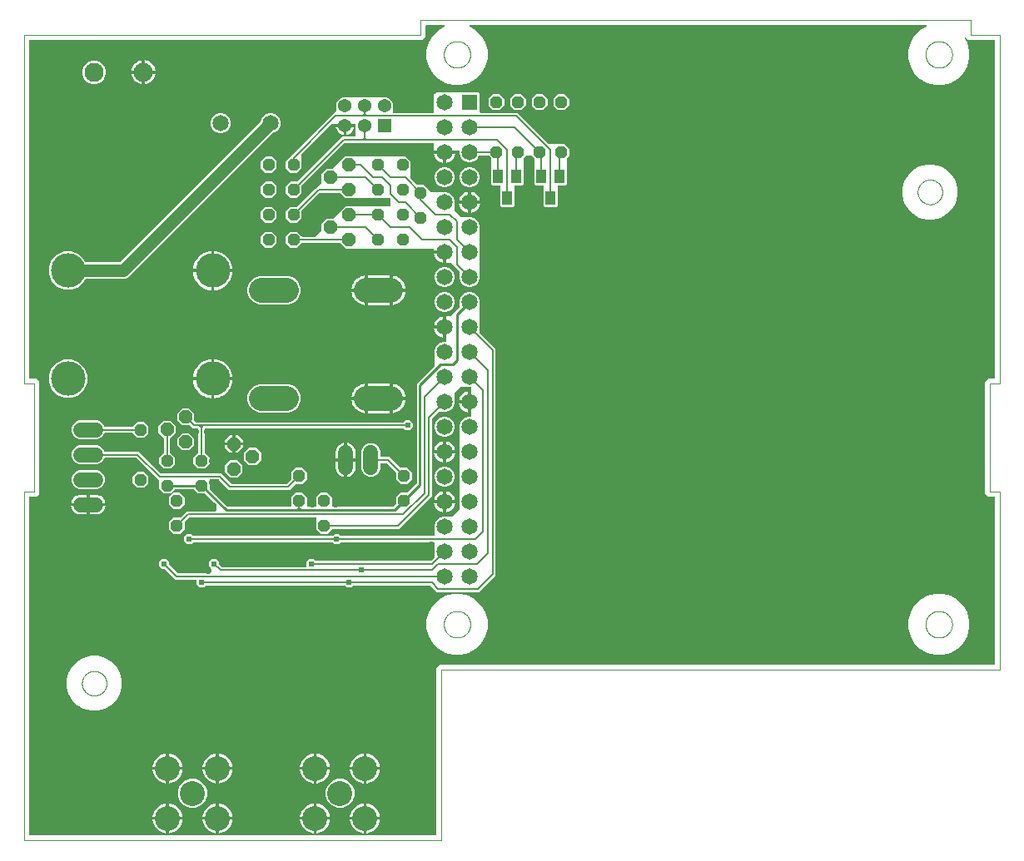
<source format=gtl>
G04 EAGLE Gerber RS-274X export*
G75*
%MOMM*%
%FSLAX34Y34*%
%LPD*%
%INCopper Top*%
%IPPOS*%
%AMOC8*
5,1,8,0,0,1.08239X$1,22.5*%
G01*
%ADD10C,0.000000*%
%ADD11C,1.950000*%
%ADD12C,2.500000*%
%ADD13C,1.650000*%
%ADD14C,3.500000*%
%ADD15R,1.371600X1.371600*%
%ADD16C,1.371600*%
%ADD17C,2.540000*%
%ADD18R,1.650000X1.650000*%
%ADD19P,1.461226X8X292.500000*%
%ADD20P,1.319650X8X112.500000*%
%ADD21P,1.319650X8X292.500000*%
%ADD22C,1.500000*%
%ADD23P,1.319650X8X22.500000*%
%ADD24R,1.000000X1.400000*%
%ADD25P,1.461226X8X112.500000*%
%ADD26P,0.659825X8X22.500000*%
%ADD27C,0.304800*%
%ADD28C,0.406400*%
%ADD29C,0.609600*%
%ADD30C,0.203200*%
%ADD31C,1.270000*%
%ADD32C,0.254000*%

G36*
X418178Y5084D02*
X418178Y5084D01*
X418197Y5082D01*
X418299Y5104D01*
X418401Y5120D01*
X418418Y5130D01*
X418438Y5134D01*
X418527Y5187D01*
X418618Y5236D01*
X418632Y5250D01*
X418649Y5260D01*
X418716Y5339D01*
X418788Y5414D01*
X418796Y5432D01*
X418809Y5447D01*
X418848Y5543D01*
X418891Y5637D01*
X418893Y5657D01*
X418901Y5675D01*
X418919Y5842D01*
X418919Y175605D01*
X421895Y178581D01*
X986158Y178581D01*
X986178Y178584D01*
X986197Y178582D01*
X986299Y178604D01*
X986401Y178620D01*
X986418Y178630D01*
X986438Y178634D01*
X986527Y178687D01*
X986618Y178736D01*
X986632Y178750D01*
X986649Y178760D01*
X986716Y178839D01*
X986788Y178914D01*
X986796Y178932D01*
X986809Y178947D01*
X986848Y179043D01*
X986891Y179137D01*
X986893Y179157D01*
X986901Y179175D01*
X986919Y179342D01*
X986919Y349158D01*
X986916Y349178D01*
X986918Y349197D01*
X986896Y349299D01*
X986880Y349401D01*
X986870Y349418D01*
X986866Y349438D01*
X986813Y349527D01*
X986764Y349618D01*
X986750Y349632D01*
X986740Y349649D01*
X986661Y349716D01*
X986586Y349788D01*
X986568Y349796D01*
X986553Y349809D01*
X986457Y349848D01*
X986363Y349891D01*
X986343Y349893D01*
X986325Y349901D01*
X986158Y349919D01*
X979895Y349919D01*
X976919Y352895D01*
X976919Y467105D01*
X979895Y470081D01*
X986158Y470081D01*
X986178Y470084D01*
X986197Y470082D01*
X986299Y470104D01*
X986401Y470120D01*
X986418Y470130D01*
X986438Y470134D01*
X986527Y470187D01*
X986618Y470236D01*
X986632Y470250D01*
X986649Y470260D01*
X986716Y470339D01*
X986788Y470414D01*
X986796Y470432D01*
X986809Y470447D01*
X986848Y470543D01*
X986891Y470637D01*
X986893Y470657D01*
X986901Y470675D01*
X986919Y470842D01*
X986919Y814158D01*
X986916Y814178D01*
X986918Y814197D01*
X986896Y814299D01*
X986880Y814401D01*
X986870Y814418D01*
X986866Y814438D01*
X986813Y814527D01*
X986764Y814618D01*
X986750Y814632D01*
X986740Y814649D01*
X986661Y814716D01*
X986586Y814788D01*
X986568Y814796D01*
X986553Y814809D01*
X986457Y814848D01*
X986363Y814891D01*
X986343Y814893D01*
X986325Y814901D01*
X986158Y814919D01*
X959895Y814919D01*
X957566Y817249D01*
X957547Y817263D01*
X957531Y817281D01*
X957447Y817334D01*
X957366Y817392D01*
X957343Y817399D01*
X957323Y817412D01*
X957226Y817435D01*
X957131Y817465D01*
X957107Y817464D01*
X957084Y817470D01*
X956985Y817461D01*
X956885Y817458D01*
X956863Y817450D01*
X956839Y817448D01*
X956748Y817408D01*
X956654Y817374D01*
X956636Y817359D01*
X956614Y817349D01*
X956540Y817282D01*
X956462Y817220D01*
X956449Y817200D01*
X956432Y817184D01*
X956383Y817097D01*
X956329Y817013D01*
X956323Y816990D01*
X956312Y816969D01*
X956294Y816871D01*
X956269Y816775D01*
X956271Y816751D01*
X956267Y816727D01*
X956281Y816628D01*
X956288Y816529D01*
X956298Y816507D01*
X956301Y816483D01*
X956369Y816330D01*
X958888Y811966D01*
X961001Y804081D01*
X961001Y795919D01*
X958888Y788034D01*
X954807Y780965D01*
X949035Y775193D01*
X941966Y771112D01*
X934081Y768999D01*
X925919Y768999D01*
X918034Y771112D01*
X910965Y775193D01*
X905193Y780965D01*
X901112Y788034D01*
X898999Y795919D01*
X898999Y804081D01*
X901112Y811966D01*
X905193Y819035D01*
X910965Y824807D01*
X917360Y828499D01*
X917397Y828529D01*
X917439Y828552D01*
X917492Y828607D01*
X917550Y828655D01*
X917576Y828695D01*
X917609Y828730D01*
X917641Y828799D01*
X917681Y828863D01*
X917692Y828910D01*
X917712Y828953D01*
X917721Y829028D01*
X917738Y829102D01*
X917734Y829150D01*
X917739Y829197D01*
X917723Y829272D01*
X917717Y829347D01*
X917697Y829391D01*
X917687Y829438D01*
X917648Y829503D01*
X917618Y829572D01*
X917586Y829608D01*
X917561Y829649D01*
X917504Y829698D01*
X917452Y829754D01*
X917411Y829778D01*
X917374Y829809D01*
X917304Y829837D01*
X917238Y829874D01*
X917191Y829883D01*
X917146Y829901D01*
X917018Y829915D01*
X916996Y829919D01*
X916989Y829918D01*
X916979Y829919D01*
X453021Y829919D01*
X452974Y829912D01*
X452926Y829913D01*
X452853Y829892D01*
X452778Y829880D01*
X452736Y829857D01*
X452690Y829843D01*
X452628Y829800D01*
X452561Y829764D01*
X452528Y829730D01*
X452488Y829702D01*
X452443Y829641D01*
X452391Y829586D01*
X452371Y829543D01*
X452343Y829504D01*
X452320Y829432D01*
X452288Y829363D01*
X452282Y829315D01*
X452268Y829270D01*
X452269Y829194D01*
X452261Y829119D01*
X452271Y829072D01*
X452271Y829024D01*
X452297Y828952D01*
X452313Y828878D01*
X452337Y828837D01*
X452353Y828792D01*
X452400Y828732D01*
X452439Y828667D01*
X452475Y828636D01*
X452505Y828598D01*
X452609Y828522D01*
X452626Y828507D01*
X452632Y828505D01*
X452640Y828499D01*
X459035Y824807D01*
X464807Y819035D01*
X468888Y811966D01*
X471001Y804081D01*
X471001Y795919D01*
X468888Y788034D01*
X464807Y780965D01*
X459035Y775193D01*
X451966Y771112D01*
X444081Y768999D01*
X435919Y768999D01*
X428034Y771112D01*
X420965Y775193D01*
X415193Y780965D01*
X411112Y788034D01*
X408999Y795919D01*
X408999Y804081D01*
X411112Y811966D01*
X415193Y819035D01*
X420965Y824807D01*
X427360Y828499D01*
X427397Y828529D01*
X427439Y828552D01*
X427492Y828607D01*
X427550Y828655D01*
X427576Y828695D01*
X427609Y828730D01*
X427641Y828799D01*
X427681Y828863D01*
X427692Y828910D01*
X427712Y828953D01*
X427721Y829028D01*
X427738Y829102D01*
X427734Y829150D01*
X427739Y829197D01*
X427723Y829272D01*
X427717Y829347D01*
X427697Y829391D01*
X427687Y829438D01*
X427648Y829503D01*
X427618Y829572D01*
X427586Y829608D01*
X427561Y829649D01*
X427504Y829698D01*
X427452Y829754D01*
X427411Y829778D01*
X427374Y829809D01*
X427304Y829837D01*
X427238Y829874D01*
X427191Y829883D01*
X427146Y829901D01*
X427018Y829915D01*
X426996Y829919D01*
X426989Y829918D01*
X426979Y829919D01*
X408842Y829919D01*
X408822Y829916D01*
X408803Y829918D01*
X408701Y829896D01*
X408599Y829880D01*
X408582Y829870D01*
X408562Y829866D01*
X408473Y829813D01*
X408382Y829764D01*
X408368Y829750D01*
X408351Y829740D01*
X408284Y829661D01*
X408212Y829586D01*
X408204Y829568D01*
X408191Y829553D01*
X408152Y829457D01*
X408109Y829363D01*
X408107Y829343D01*
X408099Y829325D01*
X408081Y829158D01*
X408081Y817895D01*
X405105Y814919D01*
X5842Y814919D01*
X5822Y814916D01*
X5803Y814918D01*
X5701Y814896D01*
X5599Y814880D01*
X5582Y814870D01*
X5562Y814866D01*
X5473Y814813D01*
X5382Y814764D01*
X5368Y814750D01*
X5351Y814740D01*
X5284Y814661D01*
X5212Y814586D01*
X5204Y814568D01*
X5191Y814553D01*
X5152Y814457D01*
X5109Y814363D01*
X5107Y814343D01*
X5099Y814325D01*
X5081Y814158D01*
X5081Y470842D01*
X5084Y470822D01*
X5082Y470803D01*
X5104Y470701D01*
X5120Y470599D01*
X5130Y470582D01*
X5134Y470562D01*
X5187Y470473D01*
X5236Y470382D01*
X5250Y470368D01*
X5260Y470351D01*
X5339Y470284D01*
X5414Y470212D01*
X5432Y470204D01*
X5447Y470191D01*
X5543Y470152D01*
X5637Y470109D01*
X5657Y470107D01*
X5675Y470099D01*
X5842Y470081D01*
X12105Y470081D01*
X15081Y467105D01*
X15081Y352895D01*
X12105Y349919D01*
X5842Y349919D01*
X5822Y349916D01*
X5803Y349918D01*
X5701Y349896D01*
X5599Y349880D01*
X5582Y349870D01*
X5562Y349866D01*
X5473Y349813D01*
X5382Y349764D01*
X5368Y349750D01*
X5351Y349740D01*
X5284Y349661D01*
X5212Y349586D01*
X5204Y349568D01*
X5191Y349553D01*
X5152Y349457D01*
X5109Y349363D01*
X5107Y349343D01*
X5099Y349325D01*
X5081Y349158D01*
X5081Y5842D01*
X5084Y5822D01*
X5082Y5803D01*
X5104Y5701D01*
X5120Y5599D01*
X5130Y5582D01*
X5134Y5562D01*
X5187Y5473D01*
X5236Y5382D01*
X5250Y5368D01*
X5260Y5351D01*
X5339Y5284D01*
X5414Y5212D01*
X5432Y5204D01*
X5447Y5191D01*
X5543Y5152D01*
X5637Y5109D01*
X5657Y5107D01*
X5675Y5099D01*
X5842Y5081D01*
X418158Y5081D01*
X418178Y5084D01*
G37*
%LPC*%
G36*
X419530Y252933D02*
X419530Y252933D01*
X413253Y259210D01*
X413179Y259263D01*
X413109Y259323D01*
X413079Y259335D01*
X413053Y259354D01*
X412966Y259381D01*
X412881Y259415D01*
X412840Y259419D01*
X412818Y259426D01*
X412786Y259425D01*
X412714Y259433D01*
X334809Y259433D01*
X334719Y259419D01*
X334628Y259411D01*
X334599Y259399D01*
X334567Y259394D01*
X334486Y259351D01*
X334402Y259315D01*
X334370Y259289D01*
X334349Y259278D01*
X334327Y259255D01*
X334271Y259210D01*
X332462Y257401D01*
X328238Y257401D01*
X326429Y259210D01*
X326355Y259263D01*
X326286Y259323D01*
X326255Y259335D01*
X326229Y259354D01*
X326142Y259381D01*
X326057Y259415D01*
X326016Y259419D01*
X325994Y259426D01*
X325962Y259425D01*
X325891Y259433D01*
X184809Y259433D01*
X184719Y259419D01*
X184628Y259411D01*
X184599Y259399D01*
X184567Y259394D01*
X184486Y259351D01*
X184402Y259315D01*
X184370Y259289D01*
X184349Y259278D01*
X184327Y259255D01*
X184271Y259210D01*
X182462Y257401D01*
X178238Y257401D01*
X175251Y260388D01*
X175251Y264872D01*
X175248Y264892D01*
X175250Y264911D01*
X175228Y265013D01*
X175212Y265115D01*
X175202Y265132D01*
X175198Y265152D01*
X175145Y265241D01*
X175096Y265332D01*
X175082Y265346D01*
X175072Y265363D01*
X174993Y265430D01*
X174918Y265502D01*
X174900Y265510D01*
X174885Y265523D01*
X174789Y265562D01*
X174695Y265605D01*
X174675Y265607D01*
X174657Y265615D01*
X174490Y265633D01*
X153780Y265633D01*
X143235Y276178D01*
X143161Y276231D01*
X143091Y276291D01*
X143061Y276303D01*
X143035Y276322D01*
X142948Y276349D01*
X142863Y276383D01*
X142822Y276387D01*
X142800Y276394D01*
X142768Y276393D01*
X142696Y276401D01*
X140138Y276401D01*
X137151Y279388D01*
X137151Y283612D01*
X140138Y286599D01*
X144362Y286599D01*
X147349Y283612D01*
X147349Y281054D01*
X147363Y280964D01*
X147371Y280873D01*
X147383Y280843D01*
X147388Y280811D01*
X147431Y280730D01*
X147467Y280646D01*
X147493Y280614D01*
X147504Y280593D01*
X147527Y280571D01*
X147572Y280515D01*
X156097Y271990D01*
X156171Y271937D01*
X156241Y271877D01*
X156271Y271865D01*
X156297Y271846D01*
X156384Y271819D01*
X156469Y271785D01*
X156510Y271781D01*
X156532Y271774D01*
X156564Y271775D01*
X156636Y271767D01*
X188994Y271767D01*
X189014Y271770D01*
X189033Y271768D01*
X189135Y271790D01*
X189237Y271806D01*
X189254Y271816D01*
X189274Y271820D01*
X189363Y271873D01*
X189454Y271922D01*
X189468Y271936D01*
X189485Y271946D01*
X189552Y272025D01*
X189624Y272100D01*
X189632Y272118D01*
X189645Y272133D01*
X189684Y272229D01*
X189727Y272323D01*
X189729Y272343D01*
X189737Y272361D01*
X189755Y272528D01*
X189755Y277269D01*
X189741Y277359D01*
X189733Y277450D01*
X189721Y277479D01*
X189716Y277511D01*
X189673Y277592D01*
X189637Y277676D01*
X189611Y277708D01*
X189600Y277729D01*
X189577Y277751D01*
X189532Y277807D01*
X187951Y279388D01*
X187951Y283612D01*
X190938Y286599D01*
X195162Y286599D01*
X198149Y283612D01*
X198149Y281054D01*
X198163Y280963D01*
X198171Y280873D01*
X198183Y280843D01*
X198188Y280811D01*
X198231Y280730D01*
X198267Y280646D01*
X198293Y280614D01*
X198304Y280593D01*
X198327Y280571D01*
X198372Y280515D01*
X200297Y278590D01*
X200371Y278537D01*
X200441Y278477D01*
X200471Y278465D01*
X200497Y278446D01*
X200584Y278419D01*
X200669Y278385D01*
X200710Y278381D01*
X200732Y278374D01*
X200764Y278375D01*
X200836Y278367D01*
X286390Y278367D01*
X286410Y278370D01*
X286429Y278368D01*
X286531Y278390D01*
X286633Y278406D01*
X286650Y278416D01*
X286670Y278420D01*
X286759Y278473D01*
X286850Y278522D01*
X286864Y278536D01*
X286881Y278546D01*
X286948Y278625D01*
X287020Y278700D01*
X287028Y278718D01*
X287041Y278733D01*
X287080Y278829D01*
X287123Y278923D01*
X287125Y278943D01*
X287133Y278961D01*
X287151Y279128D01*
X287151Y283612D01*
X290138Y286599D01*
X294362Y286599D01*
X296171Y284790D01*
X296245Y284737D01*
X296314Y284677D01*
X296345Y284665D01*
X296371Y284646D01*
X296458Y284619D01*
X296543Y284585D01*
X296584Y284581D01*
X296606Y284574D01*
X296638Y284575D01*
X296709Y284567D01*
X413114Y284567D01*
X413204Y284581D01*
X413295Y284589D01*
X413325Y284601D01*
X413357Y284606D01*
X413438Y284649D01*
X413522Y284685D01*
X413554Y284711D01*
X413575Y284722D01*
X413597Y284745D01*
X413653Y284790D01*
X416776Y287913D01*
X416829Y287987D01*
X416889Y288057D01*
X416901Y288087D01*
X416920Y288113D01*
X416947Y288200D01*
X416981Y288285D01*
X416985Y288326D01*
X416992Y288348D01*
X416991Y288380D01*
X416999Y288452D01*
X416999Y302972D01*
X416996Y302992D01*
X416998Y303011D01*
X416976Y303113D01*
X416960Y303215D01*
X416950Y303232D01*
X416946Y303252D01*
X416893Y303341D01*
X416844Y303432D01*
X416830Y303446D01*
X416820Y303463D01*
X416741Y303530D01*
X416666Y303602D01*
X416648Y303610D01*
X416633Y303623D01*
X416537Y303662D01*
X416443Y303705D01*
X416423Y303707D01*
X416405Y303715D01*
X416238Y303733D01*
X322109Y303733D01*
X322019Y303719D01*
X321928Y303711D01*
X321899Y303699D01*
X321867Y303694D01*
X321786Y303651D01*
X321702Y303615D01*
X321670Y303589D01*
X321649Y303578D01*
X321627Y303555D01*
X321571Y303510D01*
X319762Y301701D01*
X315538Y301701D01*
X313729Y303510D01*
X313655Y303563D01*
X313586Y303623D01*
X313555Y303635D01*
X313529Y303654D01*
X313442Y303681D01*
X313357Y303715D01*
X313316Y303719D01*
X313294Y303726D01*
X313262Y303725D01*
X313191Y303733D01*
X172109Y303733D01*
X172019Y303719D01*
X171928Y303711D01*
X171899Y303699D01*
X171867Y303694D01*
X171786Y303651D01*
X171702Y303615D01*
X171670Y303589D01*
X171649Y303578D01*
X171627Y303555D01*
X171571Y303510D01*
X169762Y301701D01*
X165538Y301701D01*
X162551Y304688D01*
X162551Y308912D01*
X165538Y311899D01*
X169762Y311899D01*
X171571Y310090D01*
X171645Y310037D01*
X171714Y309977D01*
X171745Y309965D01*
X171771Y309946D01*
X171858Y309919D01*
X171943Y309885D01*
X171984Y309881D01*
X172006Y309874D01*
X172038Y309875D01*
X172109Y309867D01*
X313191Y309867D01*
X313281Y309881D01*
X313372Y309889D01*
X313401Y309901D01*
X313433Y309906D01*
X313514Y309949D01*
X313598Y309985D01*
X313630Y310011D01*
X313651Y310022D01*
X313673Y310045D01*
X313729Y310090D01*
X315538Y311899D01*
X319762Y311899D01*
X321571Y310090D01*
X321645Y310037D01*
X321714Y309977D01*
X321745Y309965D01*
X321771Y309946D01*
X321858Y309919D01*
X321943Y309885D01*
X321984Y309881D01*
X322006Y309874D01*
X322038Y309875D01*
X322109Y309867D01*
X416238Y309867D01*
X416258Y309870D01*
X416277Y309868D01*
X416379Y309890D01*
X416481Y309906D01*
X416498Y309916D01*
X416518Y309920D01*
X416607Y309973D01*
X416698Y310022D01*
X416712Y310036D01*
X416729Y310046D01*
X416796Y310125D01*
X416868Y310200D01*
X416876Y310218D01*
X416889Y310233D01*
X416928Y310329D01*
X416971Y310423D01*
X416973Y310443D01*
X416981Y310461D01*
X416999Y310628D01*
X416999Y321549D01*
X418567Y325335D01*
X421465Y328233D01*
X425251Y329801D01*
X429449Y329801D01*
X429458Y329799D01*
X429478Y329800D01*
X429510Y329797D01*
X434344Y329797D01*
X434434Y329811D01*
X434525Y329819D01*
X434554Y329831D01*
X434586Y329836D01*
X434667Y329879D01*
X434751Y329915D01*
X434783Y329941D01*
X434804Y329952D01*
X434826Y329975D01*
X434882Y330020D01*
X442176Y337314D01*
X442229Y337388D01*
X442289Y337458D01*
X442301Y337488D01*
X442320Y337514D01*
X442347Y337601D01*
X442381Y337686D01*
X442385Y337727D01*
X442392Y337749D01*
X442391Y337781D01*
X442399Y337852D01*
X442399Y423149D01*
X443967Y426935D01*
X446865Y429833D01*
X450651Y431401D01*
X453460Y431401D01*
X453480Y431404D01*
X453499Y431402D01*
X453601Y431424D01*
X453703Y431440D01*
X453720Y431450D01*
X453740Y431454D01*
X453829Y431507D01*
X453920Y431556D01*
X453934Y431570D01*
X453951Y431580D01*
X454018Y431659D01*
X454090Y431734D01*
X454098Y431752D01*
X454111Y431767D01*
X454150Y431863D01*
X454193Y431957D01*
X454195Y431977D01*
X454203Y431995D01*
X454221Y432162D01*
X454221Y445738D01*
X454218Y445758D01*
X454220Y445777D01*
X454198Y445879D01*
X454182Y445981D01*
X454172Y445998D01*
X454168Y446018D01*
X454115Y446107D01*
X454066Y446198D01*
X454052Y446212D01*
X454042Y446229D01*
X453963Y446296D01*
X453888Y446367D01*
X453870Y446376D01*
X453855Y446389D01*
X453759Y446427D01*
X453665Y446471D01*
X453645Y446473D01*
X453627Y446481D01*
X453460Y446499D01*
X452699Y446499D01*
X452699Y446501D01*
X453460Y446501D01*
X453480Y446504D01*
X453499Y446502D01*
X453601Y446524D01*
X453703Y446541D01*
X453720Y446550D01*
X453740Y446554D01*
X453829Y446607D01*
X453920Y446656D01*
X453934Y446670D01*
X453951Y446680D01*
X454018Y446759D01*
X454090Y446834D01*
X454098Y446852D01*
X454111Y446867D01*
X454150Y446963D01*
X454193Y447057D01*
X454195Y447077D01*
X454203Y447095D01*
X454221Y447262D01*
X454221Y460838D01*
X454218Y460858D01*
X454220Y460877D01*
X454198Y460979D01*
X454182Y461081D01*
X454172Y461098D01*
X454168Y461118D01*
X454115Y461207D01*
X454066Y461298D01*
X454052Y461312D01*
X454042Y461329D01*
X453963Y461396D01*
X453888Y461468D01*
X453870Y461476D01*
X453855Y461489D01*
X453759Y461528D01*
X453665Y461571D01*
X453645Y461573D01*
X453627Y461581D01*
X453460Y461599D01*
X444240Y461599D01*
X444150Y461585D01*
X444059Y461577D01*
X444030Y461565D01*
X443998Y461560D01*
X443917Y461517D01*
X443833Y461481D01*
X443801Y461455D01*
X443780Y461444D01*
X443758Y461421D01*
X443702Y461376D01*
X437812Y455486D01*
X437765Y455421D01*
X437752Y455408D01*
X437750Y455401D01*
X437699Y455342D01*
X437687Y455312D01*
X437668Y455286D01*
X437641Y455199D01*
X437607Y455114D01*
X437603Y455073D01*
X437596Y455051D01*
X437597Y455019D01*
X437589Y454948D01*
X437589Y448729D01*
X437599Y448664D01*
X437600Y448599D01*
X437601Y448596D01*
X437601Y444451D01*
X436033Y440665D01*
X433135Y437767D01*
X429349Y436199D01*
X425159Y436199D01*
X425133Y436205D01*
X425113Y436204D01*
X425080Y436207D01*
X421660Y436207D01*
X421570Y436193D01*
X421479Y436185D01*
X421449Y436173D01*
X421417Y436168D01*
X421336Y436125D01*
X421252Y436089D01*
X421220Y436063D01*
X421199Y436052D01*
X421177Y436029D01*
X421121Y435984D01*
X414534Y429397D01*
X414481Y429323D01*
X414421Y429253D01*
X414409Y429223D01*
X414390Y429197D01*
X414363Y429110D01*
X414329Y429025D01*
X414325Y428984D01*
X414318Y428962D01*
X414319Y428930D01*
X414311Y428858D01*
X414311Y350474D01*
X381070Y317233D01*
X313720Y317233D01*
X313630Y317219D01*
X313539Y317211D01*
X313509Y317199D01*
X313477Y317194D01*
X313396Y317151D01*
X313312Y317115D01*
X313280Y317089D01*
X313260Y317078D01*
X313237Y317055D01*
X313182Y317010D01*
X308324Y312153D01*
X301576Y312153D01*
X296803Y316926D01*
X296803Y327972D01*
X296800Y327992D01*
X296802Y328011D01*
X296780Y328113D01*
X296764Y328215D01*
X296754Y328232D01*
X296750Y328252D01*
X296697Y328341D01*
X296648Y328432D01*
X296634Y328446D01*
X296624Y328463D01*
X296545Y328530D01*
X296470Y328602D01*
X296452Y328610D01*
X296437Y328623D01*
X296341Y328662D01*
X296247Y328705D01*
X296227Y328707D01*
X296209Y328715D01*
X296042Y328733D01*
X168036Y328733D01*
X167946Y328719D01*
X167855Y328711D01*
X167825Y328699D01*
X167793Y328694D01*
X167712Y328651D01*
X167628Y328615D01*
X167596Y328589D01*
X167575Y328578D01*
X167553Y328555D01*
X167497Y328510D01*
X163320Y324333D01*
X163267Y324259D01*
X163207Y324189D01*
X163195Y324159D01*
X163176Y324133D01*
X163149Y324046D01*
X163115Y323961D01*
X163111Y323920D01*
X163104Y323898D01*
X163105Y323866D01*
X163097Y323794D01*
X163097Y316926D01*
X158324Y312153D01*
X151576Y312153D01*
X146803Y316926D01*
X146803Y323674D01*
X151576Y328447D01*
X158444Y328447D01*
X158535Y328461D01*
X158625Y328469D01*
X158655Y328481D01*
X158687Y328486D01*
X158768Y328529D01*
X158852Y328565D01*
X158884Y328591D01*
X158905Y328602D01*
X158927Y328625D01*
X158983Y328670D01*
X165180Y334867D01*
X194170Y334867D01*
X194190Y334870D01*
X194209Y334868D01*
X194311Y334890D01*
X194413Y334906D01*
X194430Y334916D01*
X194450Y334920D01*
X194539Y334973D01*
X194630Y335022D01*
X194644Y335036D01*
X194661Y335046D01*
X194728Y335125D01*
X194800Y335200D01*
X194808Y335218D01*
X194821Y335233D01*
X194860Y335329D01*
X194903Y335423D01*
X194905Y335443D01*
X194913Y335461D01*
X194931Y335628D01*
X194931Y341357D01*
X194917Y341447D01*
X194909Y341538D01*
X194897Y341568D01*
X194892Y341600D01*
X194849Y341681D01*
X194813Y341765D01*
X194787Y341797D01*
X194776Y341817D01*
X194753Y341840D01*
X194708Y341895D01*
X183673Y352930D01*
X183600Y352983D01*
X183530Y353043D01*
X183500Y353055D01*
X183474Y353074D01*
X183387Y353101D01*
X183302Y353135D01*
X183261Y353139D01*
X183239Y353146D01*
X183206Y353145D01*
X183135Y353153D01*
X176626Y353153D01*
X172022Y357756D01*
X171949Y357809D01*
X171879Y357869D01*
X171849Y357881D01*
X171823Y357900D01*
X171736Y357927D01*
X171651Y357961D01*
X171610Y357965D01*
X171588Y357972D01*
X171555Y357971D01*
X171484Y357979D01*
X153516Y357979D01*
X153426Y357965D01*
X153335Y357957D01*
X153305Y357945D01*
X153273Y357940D01*
X153192Y357897D01*
X153108Y357861D01*
X153076Y357835D01*
X153056Y357824D01*
X153033Y357801D01*
X152978Y357756D01*
X148374Y353153D01*
X141626Y353153D01*
X136853Y357926D01*
X136853Y366398D01*
X136839Y366487D01*
X136831Y366578D01*
X136819Y366608D01*
X136814Y366640D01*
X136771Y366721D01*
X136735Y366805D01*
X136709Y366837D01*
X136698Y366858D01*
X136675Y366880D01*
X136630Y366936D01*
X136356Y367210D01*
X136345Y367218D01*
X114153Y389410D01*
X114079Y389463D01*
X114009Y389523D01*
X113979Y389535D01*
X113953Y389554D01*
X113866Y389581D01*
X113781Y389615D01*
X113740Y389619D01*
X113718Y389626D01*
X113686Y389625D01*
X113614Y389633D01*
X82076Y389633D01*
X81961Y389614D01*
X81845Y389597D01*
X81839Y389595D01*
X81833Y389594D01*
X81731Y389539D01*
X81626Y389486D01*
X81621Y389481D01*
X81616Y389478D01*
X81536Y389394D01*
X81454Y389310D01*
X81450Y389304D01*
X81446Y389300D01*
X81439Y389283D01*
X81373Y389163D01*
X80597Y387290D01*
X77910Y384603D01*
X74400Y383149D01*
X55600Y383149D01*
X52090Y384603D01*
X49403Y387290D01*
X47949Y390800D01*
X47949Y394600D01*
X49403Y398110D01*
X52090Y400797D01*
X55600Y402251D01*
X74400Y402251D01*
X77910Y400797D01*
X80597Y398110D01*
X81373Y396237D01*
X81435Y396137D01*
X81494Y396037D01*
X81499Y396033D01*
X81502Y396028D01*
X81593Y395953D01*
X81681Y395877D01*
X81687Y395875D01*
X81692Y395871D01*
X81800Y395829D01*
X81909Y395785D01*
X81917Y395784D01*
X81921Y395783D01*
X81940Y395782D01*
X82076Y395767D01*
X116470Y395767D01*
X138447Y373790D01*
X138521Y373737D01*
X138591Y373677D01*
X138621Y373665D01*
X138647Y373646D01*
X138734Y373619D01*
X138819Y373585D01*
X138860Y373581D01*
X138882Y373574D01*
X138914Y373575D01*
X138986Y373567D01*
X199970Y373567D01*
X210247Y363290D01*
X210321Y363237D01*
X210391Y363177D01*
X210421Y363165D01*
X210447Y363146D01*
X210534Y363119D01*
X210619Y363085D01*
X210660Y363081D01*
X210682Y363074D01*
X210714Y363075D01*
X210786Y363067D01*
X266814Y363067D01*
X266904Y363081D01*
X266995Y363089D01*
X267025Y363101D01*
X267057Y363106D01*
X267138Y363149D01*
X267222Y363185D01*
X267254Y363211D01*
X267275Y363222D01*
X267297Y363245D01*
X267353Y363290D01*
X271130Y367067D01*
X271183Y367141D01*
X271243Y367211D01*
X271255Y367241D01*
X271274Y367267D01*
X271301Y367354D01*
X271335Y367439D01*
X271339Y367480D01*
X271346Y367502D01*
X271345Y367534D01*
X271353Y367606D01*
X271353Y374474D01*
X276126Y379247D01*
X282874Y379247D01*
X287647Y374474D01*
X287647Y367726D01*
X282874Y362953D01*
X276006Y362953D01*
X275916Y362939D01*
X275825Y362931D01*
X275795Y362919D01*
X275763Y362914D01*
X275682Y362871D01*
X275598Y362835D01*
X275566Y362809D01*
X275545Y362798D01*
X275523Y362775D01*
X275467Y362730D01*
X269670Y356933D01*
X207930Y356933D01*
X197653Y367210D01*
X197579Y367263D01*
X197509Y367323D01*
X197479Y367335D01*
X197453Y367354D01*
X197366Y367381D01*
X197281Y367415D01*
X197240Y367419D01*
X197218Y367426D01*
X197186Y367425D01*
X197114Y367433D01*
X188908Y367433D01*
X188888Y367430D01*
X188869Y367432D01*
X188767Y367410D01*
X188665Y367394D01*
X188648Y367384D01*
X188628Y367380D01*
X188539Y367327D01*
X188448Y367278D01*
X188434Y367264D01*
X188417Y367254D01*
X188350Y367175D01*
X188278Y367100D01*
X188270Y367082D01*
X188257Y367067D01*
X188218Y366971D01*
X188175Y366877D01*
X188173Y366857D01*
X188165Y366839D01*
X188147Y366672D01*
X188147Y358165D01*
X188161Y358075D01*
X188169Y357984D01*
X188181Y357954D01*
X188186Y357922D01*
X188229Y357841D01*
X188265Y357757D01*
X188291Y357725D01*
X188302Y357705D01*
X188325Y357682D01*
X188370Y357627D01*
X206253Y339744D01*
X206326Y339691D01*
X206396Y339631D01*
X206426Y339619D01*
X206452Y339600D01*
X206539Y339573D01*
X206624Y339539D01*
X206665Y339535D01*
X206687Y339528D01*
X206720Y339529D01*
X206791Y339521D01*
X270592Y339521D01*
X270612Y339524D01*
X270631Y339522D01*
X270733Y339544D01*
X270835Y339560D01*
X270852Y339570D01*
X270872Y339574D01*
X270961Y339627D01*
X271052Y339676D01*
X271066Y339690D01*
X271083Y339700D01*
X271150Y339779D01*
X271222Y339854D01*
X271230Y339872D01*
X271243Y339887D01*
X271282Y339983D01*
X271325Y340077D01*
X271327Y340097D01*
X271335Y340115D01*
X271353Y340282D01*
X271353Y349074D01*
X276126Y353847D01*
X282874Y353847D01*
X287647Y349074D01*
X287647Y340282D01*
X287650Y340262D01*
X287648Y340243D01*
X287670Y340141D01*
X287686Y340039D01*
X287696Y340022D01*
X287700Y340002D01*
X287753Y339913D01*
X287802Y339822D01*
X287816Y339808D01*
X287826Y339791D01*
X287905Y339724D01*
X287980Y339652D01*
X287998Y339644D01*
X288013Y339631D01*
X288109Y339592D01*
X288203Y339549D01*
X288223Y339547D01*
X288241Y339539D01*
X288408Y339521D01*
X296042Y339521D01*
X296062Y339524D01*
X296081Y339522D01*
X296183Y339544D01*
X296285Y339560D01*
X296302Y339570D01*
X296322Y339574D01*
X296411Y339627D01*
X296502Y339676D01*
X296516Y339690D01*
X296533Y339700D01*
X296600Y339779D01*
X296672Y339854D01*
X296680Y339872D01*
X296693Y339887D01*
X296732Y339983D01*
X296775Y340077D01*
X296777Y340097D01*
X296785Y340115D01*
X296803Y340282D01*
X296803Y349074D01*
X301576Y353847D01*
X308324Y353847D01*
X313097Y349074D01*
X313097Y340282D01*
X313100Y340262D01*
X313098Y340243D01*
X313120Y340141D01*
X313136Y340039D01*
X313146Y340022D01*
X313150Y340002D01*
X313203Y339913D01*
X313252Y339822D01*
X313266Y339808D01*
X313276Y339791D01*
X313355Y339724D01*
X313430Y339652D01*
X313448Y339644D01*
X313463Y339631D01*
X313559Y339592D01*
X313653Y339549D01*
X313673Y339547D01*
X313691Y339539D01*
X313858Y339521D01*
X374809Y339521D01*
X374899Y339535D01*
X374990Y339543D01*
X375020Y339555D01*
X375052Y339560D01*
X375133Y339603D01*
X375216Y339639D01*
X375249Y339665D01*
X375269Y339676D01*
X375291Y339699D01*
X375347Y339744D01*
X377630Y342027D01*
X377683Y342100D01*
X377743Y342170D01*
X377755Y342200D01*
X377774Y342226D01*
X377801Y342313D01*
X377835Y342398D01*
X377839Y342439D01*
X377846Y342461D01*
X377845Y342494D01*
X377853Y342565D01*
X377853Y349074D01*
X382626Y353847D01*
X389135Y353847D01*
X389225Y353861D01*
X389316Y353869D01*
X389346Y353881D01*
X389378Y353886D01*
X389459Y353929D01*
X389542Y353965D01*
X389575Y353991D01*
X389595Y354002D01*
X389617Y354025D01*
X389673Y354070D01*
X398756Y363153D01*
X398809Y363226D01*
X398869Y363296D01*
X398881Y363326D01*
X398900Y363352D01*
X398927Y363439D01*
X398961Y363524D01*
X398965Y363565D01*
X398972Y363587D01*
X398971Y363620D01*
X398979Y363691D01*
X398979Y464876D01*
X401147Y467044D01*
X416776Y482673D01*
X416829Y482746D01*
X416889Y482816D01*
X416901Y482846D01*
X416920Y482872D01*
X416947Y482959D01*
X416981Y483044D01*
X416985Y483085D01*
X416992Y483107D01*
X416991Y483140D01*
X416999Y483211D01*
X416999Y499349D01*
X418567Y503135D01*
X421465Y506033D01*
X425251Y507601D01*
X428068Y507601D01*
X428088Y507604D01*
X428107Y507602D01*
X428209Y507624D01*
X428311Y507640D01*
X428328Y507650D01*
X428348Y507654D01*
X428437Y507707D01*
X428528Y507756D01*
X428542Y507770D01*
X428559Y507780D01*
X428626Y507859D01*
X428698Y507934D01*
X428706Y507952D01*
X428719Y507967D01*
X428758Y508063D01*
X428801Y508157D01*
X428803Y508177D01*
X428811Y508195D01*
X428829Y508362D01*
X428829Y511148D01*
X428826Y511168D01*
X428828Y511187D01*
X428823Y511211D01*
X428823Y521938D01*
X428820Y521958D01*
X428822Y521977D01*
X428800Y522079D01*
X428783Y522181D01*
X428774Y522198D01*
X428770Y522218D01*
X428717Y522307D01*
X428668Y522398D01*
X428654Y522412D01*
X428644Y522429D01*
X428565Y522496D01*
X428490Y522567D01*
X428472Y522576D01*
X428457Y522589D01*
X428361Y522627D01*
X428267Y522671D01*
X428247Y522673D01*
X428229Y522681D01*
X428062Y522699D01*
X427299Y522699D01*
X427299Y522701D01*
X428062Y522701D01*
X428082Y522704D01*
X428101Y522702D01*
X428203Y522724D01*
X428305Y522741D01*
X428322Y522750D01*
X428342Y522754D01*
X428431Y522807D01*
X428522Y522856D01*
X428536Y522870D01*
X428553Y522880D01*
X428620Y522959D01*
X428691Y523034D01*
X428700Y523052D01*
X428713Y523067D01*
X428752Y523163D01*
X428795Y523257D01*
X428797Y523277D01*
X428805Y523295D01*
X428823Y523462D01*
X428823Y533390D01*
X428904Y533381D01*
X432916Y533381D01*
X433006Y533395D01*
X433097Y533403D01*
X433126Y533415D01*
X433158Y533420D01*
X433239Y533463D01*
X433323Y533499D01*
X433355Y533525D01*
X433376Y533536D01*
X433382Y533543D01*
X433383Y533543D01*
X433399Y533560D01*
X433454Y533604D01*
X442176Y542326D01*
X442229Y542400D01*
X442289Y542470D01*
X442301Y542500D01*
X442320Y542526D01*
X442347Y542613D01*
X442381Y542698D01*
X442385Y542739D01*
X442392Y542761D01*
X442391Y542793D01*
X442399Y542864D01*
X442399Y550149D01*
X443967Y553935D01*
X446865Y556833D01*
X450651Y558401D01*
X454749Y558401D01*
X458535Y556833D01*
X461433Y553935D01*
X463001Y550149D01*
X463001Y545948D01*
X463001Y545946D01*
X463001Y545913D01*
X462999Y545895D01*
X462999Y524905D01*
X463001Y524893D01*
X463001Y520548D01*
X463001Y520546D01*
X463001Y520513D01*
X462999Y520495D01*
X462999Y517054D01*
X463013Y516964D01*
X463021Y516873D01*
X463033Y516843D01*
X463038Y516811D01*
X463081Y516730D01*
X463117Y516646D01*
X463143Y516614D01*
X463154Y516593D01*
X463177Y516571D01*
X463222Y516515D01*
X479267Y500470D01*
X479267Y269830D01*
X462370Y252933D01*
X419530Y252933D01*
G37*
%LPD*%
%LPC*%
G36*
X485151Y644949D02*
X485151Y644949D01*
X483949Y646151D01*
X483949Y666188D01*
X483946Y666208D01*
X483948Y666227D01*
X483926Y666329D01*
X483910Y666431D01*
X483900Y666448D01*
X483896Y666468D01*
X483843Y666557D01*
X483794Y666648D01*
X483780Y666662D01*
X483770Y666679D01*
X483691Y666746D01*
X483616Y666818D01*
X483598Y666826D01*
X483583Y666839D01*
X483487Y666878D01*
X483393Y666921D01*
X483373Y666923D01*
X483355Y666931D01*
X483188Y666949D01*
X475651Y666949D01*
X474449Y668151D01*
X474449Y694314D01*
X474435Y694404D01*
X474427Y694495D01*
X474415Y694525D01*
X474410Y694557D01*
X474367Y694638D01*
X474331Y694722D01*
X474305Y694754D01*
X474294Y694774D01*
X474271Y694797D01*
X474226Y694852D01*
X471868Y697210D01*
X471795Y697263D01*
X471725Y697323D01*
X471695Y697335D01*
X471669Y697354D01*
X471582Y697381D01*
X471497Y697415D01*
X471456Y697419D01*
X471434Y697426D01*
X471401Y697425D01*
X471330Y697433D01*
X463088Y697433D01*
X462973Y697414D01*
X462857Y697397D01*
X462851Y697395D01*
X462845Y697394D01*
X462742Y697339D01*
X462638Y697286D01*
X462633Y697281D01*
X462628Y697278D01*
X462548Y697194D01*
X462465Y697110D01*
X462462Y697104D01*
X462458Y697100D01*
X462450Y697083D01*
X462384Y696963D01*
X461433Y694665D01*
X458535Y691767D01*
X454749Y690199D01*
X450651Y690199D01*
X446865Y691767D01*
X443967Y694665D01*
X442399Y698451D01*
X442399Y701260D01*
X442396Y701280D01*
X442398Y701299D01*
X442376Y701401D01*
X442360Y701503D01*
X442350Y701520D01*
X442346Y701540D01*
X442293Y701629D01*
X442244Y701720D01*
X442230Y701734D01*
X442220Y701751D01*
X442141Y701818D01*
X442066Y701890D01*
X442048Y701898D01*
X442033Y701911D01*
X441937Y701950D01*
X441843Y701993D01*
X441823Y701995D01*
X441805Y702003D01*
X441638Y702021D01*
X428062Y702021D01*
X428042Y702018D01*
X428023Y702020D01*
X427921Y701998D01*
X427819Y701982D01*
X427802Y701972D01*
X427782Y701968D01*
X427693Y701915D01*
X427602Y701866D01*
X427588Y701852D01*
X427571Y701842D01*
X427504Y701763D01*
X427433Y701688D01*
X427424Y701670D01*
X427411Y701655D01*
X427373Y701559D01*
X427329Y701465D01*
X427327Y701445D01*
X427319Y701427D01*
X427301Y701260D01*
X427301Y700499D01*
X427299Y700499D01*
X427299Y701260D01*
X427296Y701280D01*
X427298Y701299D01*
X427276Y701401D01*
X427259Y701503D01*
X427250Y701520D01*
X427246Y701540D01*
X427193Y701629D01*
X427144Y701720D01*
X427130Y701734D01*
X427120Y701751D01*
X427041Y701818D01*
X426966Y701890D01*
X426948Y701898D01*
X426933Y701911D01*
X426837Y701950D01*
X426743Y701993D01*
X426723Y701995D01*
X426705Y702003D01*
X426538Y702021D01*
X416610Y702021D01*
X416617Y702091D01*
X416617Y709372D01*
X416614Y709392D01*
X416616Y709411D01*
X416594Y709513D01*
X416578Y709615D01*
X416568Y709632D01*
X416564Y709652D01*
X416511Y709741D01*
X416462Y709832D01*
X416448Y709846D01*
X416438Y709863D01*
X416359Y709930D01*
X416284Y710002D01*
X416266Y710010D01*
X416251Y710023D01*
X416155Y710062D01*
X416061Y710105D01*
X416041Y710107D01*
X416023Y710115D01*
X415856Y710133D01*
X326086Y710133D01*
X325996Y710119D01*
X325905Y710111D01*
X325875Y710099D01*
X325843Y710094D01*
X325762Y710051D01*
X325678Y710015D01*
X325646Y709989D01*
X325625Y709978D01*
X325603Y709955D01*
X325547Y709910D01*
X282070Y666433D01*
X282017Y666359D01*
X281957Y666289D01*
X281945Y666259D01*
X281926Y666233D01*
X281899Y666146D01*
X281865Y666061D01*
X281861Y666020D01*
X281854Y665998D01*
X281855Y665966D01*
X281847Y665894D01*
X281847Y659026D01*
X277074Y654253D01*
X270326Y654253D01*
X265553Y659026D01*
X265553Y665774D01*
X270326Y670547D01*
X277194Y670547D01*
X277284Y670561D01*
X277375Y670569D01*
X277405Y670581D01*
X277437Y670586D01*
X277518Y670629D01*
X277602Y670665D01*
X277634Y670691D01*
X277655Y670702D01*
X277677Y670725D01*
X277733Y670770D01*
X323230Y716267D01*
X336330Y716267D01*
X336350Y716270D01*
X336369Y716268D01*
X336471Y716290D01*
X336573Y716306D01*
X336590Y716316D01*
X336610Y716320D01*
X336699Y716373D01*
X336790Y716422D01*
X336804Y716436D01*
X336821Y716446D01*
X336888Y716525D01*
X336960Y716600D01*
X336968Y716618D01*
X336981Y716633D01*
X337020Y716729D01*
X337063Y716823D01*
X337065Y716843D01*
X337073Y716861D01*
X337091Y717028D01*
X337091Y728270D01*
X337088Y728289D01*
X337090Y728308D01*
X337090Y728309D01*
X337068Y728411D01*
X337052Y728513D01*
X337042Y728530D01*
X337038Y728550D01*
X336985Y728639D01*
X336936Y728730D01*
X336922Y728744D01*
X336912Y728761D01*
X336833Y728828D01*
X336758Y728900D01*
X336740Y728908D01*
X336725Y728921D01*
X336629Y728960D01*
X336535Y729003D01*
X336515Y729005D01*
X336497Y729013D01*
X336330Y729031D01*
X336160Y729031D01*
X336140Y729028D01*
X336121Y729030D01*
X336088Y729023D01*
X326762Y729023D01*
X326742Y729020D01*
X326723Y729022D01*
X326621Y729000D01*
X326519Y728983D01*
X326502Y728974D01*
X326482Y728970D01*
X326393Y728917D01*
X326302Y728868D01*
X326288Y728854D01*
X326271Y728844D01*
X326204Y728765D01*
X326133Y728690D01*
X326124Y728672D01*
X326111Y728657D01*
X326073Y728561D01*
X326029Y728467D01*
X326027Y728447D01*
X326019Y728429D01*
X326001Y728262D01*
X326001Y727499D01*
X325999Y727499D01*
X325999Y728262D01*
X325996Y728282D01*
X325998Y728301D01*
X325976Y728403D01*
X325959Y728505D01*
X325950Y728522D01*
X325946Y728542D01*
X325893Y728631D01*
X325844Y728722D01*
X325830Y728736D01*
X325820Y728753D01*
X325741Y728820D01*
X325666Y728891D01*
X325648Y728900D01*
X325633Y728913D01*
X325537Y728952D01*
X325443Y728995D01*
X325423Y728997D01*
X325405Y729005D01*
X325238Y729023D01*
X315913Y729023D01*
X315840Y729031D01*
X312884Y729031D01*
X312794Y729017D01*
X312703Y729009D01*
X312673Y728997D01*
X312641Y728992D01*
X312560Y728949D01*
X312476Y728913D01*
X312444Y728887D01*
X312423Y728876D01*
X312422Y728875D01*
X312401Y728853D01*
X312345Y728808D01*
X282066Y698529D01*
X282013Y698455D01*
X281953Y698385D01*
X281941Y698355D01*
X281922Y698329D01*
X281895Y698242D01*
X281861Y698157D01*
X281857Y698116D01*
X281850Y698094D01*
X281851Y698062D01*
X281843Y697990D01*
X281843Y691494D01*
X281847Y691469D01*
X281847Y684426D01*
X277074Y679653D01*
X270326Y679653D01*
X265553Y684426D01*
X265553Y691174D01*
X270326Y695947D01*
X270494Y695947D01*
X270584Y695961D01*
X270675Y695969D01*
X270705Y695981D01*
X270737Y695986D01*
X270818Y696029D01*
X270902Y696065D01*
X270934Y696091D01*
X270955Y696102D01*
X270977Y696125D01*
X271033Y696170D01*
X315652Y740789D01*
X315653Y740790D01*
X316868Y742005D01*
X316921Y742079D01*
X316981Y742149D01*
X316993Y742179D01*
X317012Y742205D01*
X317039Y742292D01*
X317073Y742377D01*
X317077Y742418D01*
X317084Y742440D01*
X317083Y742472D01*
X317091Y742543D01*
X317091Y749272D01*
X318448Y752546D01*
X320954Y755052D01*
X324228Y756409D01*
X367772Y756409D01*
X371046Y755052D01*
X373552Y752546D01*
X374909Y749272D01*
X374909Y745628D01*
X374907Y745619D01*
X374908Y745599D01*
X374905Y745567D01*
X374905Y741328D01*
X374908Y741308D01*
X374906Y741289D01*
X374928Y741187D01*
X374944Y741085D01*
X374954Y741068D01*
X374958Y741048D01*
X375011Y740959D01*
X375060Y740868D01*
X375074Y740854D01*
X375084Y740837D01*
X375163Y740770D01*
X375238Y740698D01*
X375256Y740690D01*
X375271Y740677D01*
X375367Y740638D01*
X375461Y740595D01*
X375481Y740593D01*
X375499Y740585D01*
X375666Y740567D01*
X415856Y740567D01*
X415876Y740570D01*
X415895Y740568D01*
X415997Y740590D01*
X416099Y740606D01*
X416116Y740616D01*
X416136Y740620D01*
X416225Y740673D01*
X416316Y740722D01*
X416330Y740736D01*
X416347Y740746D01*
X416414Y740825D01*
X416486Y740900D01*
X416494Y740918D01*
X416507Y740933D01*
X416546Y741029D01*
X416589Y741123D01*
X416591Y741143D01*
X416599Y741161D01*
X416617Y741328D01*
X416617Y761594D01*
X416618Y761595D01*
X425085Y761595D01*
X425122Y761601D01*
X429445Y761601D01*
X429463Y761597D01*
X429482Y761598D01*
X429515Y761595D01*
X443279Y761595D01*
X443316Y761601D01*
X461799Y761601D01*
X463001Y760399D01*
X463001Y741901D01*
X462999Y741883D01*
X462999Y741328D01*
X463002Y741308D01*
X463000Y741289D01*
X463022Y741187D01*
X463038Y741085D01*
X463048Y741068D01*
X463052Y741048D01*
X463105Y740959D01*
X463154Y740868D01*
X463168Y740854D01*
X463178Y740837D01*
X463257Y740770D01*
X463332Y740698D01*
X463350Y740690D01*
X463365Y740677D01*
X463461Y740638D01*
X463555Y740595D01*
X463575Y740593D01*
X463593Y740585D01*
X463760Y740567D01*
X501470Y740567D01*
X533065Y708972D01*
X533139Y708919D01*
X533209Y708859D01*
X533239Y708847D01*
X533265Y708828D01*
X533352Y708801D01*
X533437Y708767D01*
X533478Y708763D01*
X533500Y708756D01*
X533532Y708757D01*
X533604Y708749D01*
X546226Y708749D01*
X546244Y708747D01*
X549374Y708747D01*
X554147Y703974D01*
X554147Y697226D01*
X551770Y694848D01*
X551717Y694775D01*
X551657Y694705D01*
X551645Y694675D01*
X551626Y694649D01*
X551599Y694562D01*
X551565Y694477D01*
X551561Y694436D01*
X551554Y694414D01*
X551555Y694381D01*
X551547Y694310D01*
X551547Y684169D01*
X551551Y684144D01*
X551551Y668151D01*
X550349Y666949D01*
X542812Y666949D01*
X542792Y666946D01*
X542773Y666948D01*
X542671Y666926D01*
X542569Y666910D01*
X542552Y666900D01*
X542532Y666896D01*
X542443Y666843D01*
X542352Y666794D01*
X542338Y666780D01*
X542321Y666770D01*
X542254Y666691D01*
X542182Y666616D01*
X542174Y666598D01*
X542161Y666583D01*
X542122Y666487D01*
X542079Y666393D01*
X542077Y666373D01*
X542069Y666355D01*
X542051Y666188D01*
X542051Y646151D01*
X540849Y644949D01*
X529151Y644949D01*
X527949Y646151D01*
X527949Y666188D01*
X527946Y666208D01*
X527948Y666227D01*
X527926Y666329D01*
X527910Y666431D01*
X527900Y666448D01*
X527896Y666468D01*
X527843Y666557D01*
X527794Y666648D01*
X527780Y666662D01*
X527770Y666679D01*
X527691Y666746D01*
X527616Y666818D01*
X527598Y666826D01*
X527583Y666839D01*
X527487Y666878D01*
X527393Y666921D01*
X527373Y666923D01*
X527355Y666931D01*
X527188Y666949D01*
X519651Y666949D01*
X518449Y668151D01*
X518449Y694314D01*
X518435Y694404D01*
X518427Y694495D01*
X518415Y694525D01*
X518410Y694557D01*
X518367Y694638D01*
X518331Y694722D01*
X518305Y694754D01*
X518294Y694774D01*
X518271Y694797D01*
X518226Y694853D01*
X516041Y697038D01*
X515967Y697091D01*
X515897Y697151D01*
X515867Y697163D01*
X515841Y697182D01*
X515754Y697209D01*
X515669Y697243D01*
X515628Y697247D01*
X515606Y697254D01*
X515574Y697253D01*
X515502Y697261D01*
X510498Y697261D01*
X510408Y697247D01*
X510317Y697239D01*
X510287Y697227D01*
X510255Y697222D01*
X510174Y697179D01*
X510090Y697143D01*
X510058Y697117D01*
X510038Y697106D01*
X510015Y697083D01*
X509960Y697038D01*
X507770Y694848D01*
X507717Y694775D01*
X507657Y694705D01*
X507645Y694675D01*
X507626Y694649D01*
X507599Y694562D01*
X507565Y694477D01*
X507561Y694436D01*
X507554Y694414D01*
X507555Y694381D01*
X507547Y694310D01*
X507547Y684169D01*
X507551Y684144D01*
X507551Y668151D01*
X506349Y666949D01*
X498812Y666949D01*
X498792Y666946D01*
X498773Y666948D01*
X498671Y666926D01*
X498569Y666910D01*
X498552Y666900D01*
X498532Y666896D01*
X498443Y666843D01*
X498352Y666794D01*
X498338Y666780D01*
X498321Y666770D01*
X498254Y666691D01*
X498182Y666616D01*
X498174Y666598D01*
X498161Y666583D01*
X498122Y666487D01*
X498079Y666393D01*
X498077Y666373D01*
X498069Y666355D01*
X498051Y666188D01*
X498051Y646151D01*
X496849Y644949D01*
X485151Y644949D01*
G37*
%LPD*%
%LPC*%
G36*
X450651Y563199D02*
X450651Y563199D01*
X446865Y564767D01*
X443967Y567665D01*
X442399Y571451D01*
X442399Y579148D01*
X442385Y579238D01*
X442377Y579329D01*
X442365Y579358D01*
X442360Y579390D01*
X442317Y579471D01*
X442281Y579555D01*
X442255Y579587D01*
X442244Y579608D01*
X442221Y579630D01*
X442176Y579686D01*
X433860Y588002D01*
X433786Y588055D01*
X433716Y588115D01*
X433686Y588127D01*
X433660Y588146D01*
X433573Y588173D01*
X433488Y588207D01*
X433447Y588211D01*
X433425Y588218D01*
X433393Y588217D01*
X433322Y588225D01*
X428942Y588225D01*
X428909Y588220D01*
X428822Y588216D01*
X428821Y588216D01*
X428821Y598138D01*
X428818Y598158D01*
X428820Y598177D01*
X428798Y598279D01*
X428782Y598381D01*
X428772Y598398D01*
X428768Y598418D01*
X428715Y598507D01*
X428666Y598598D01*
X428652Y598612D01*
X428642Y598629D01*
X428563Y598696D01*
X428488Y598767D01*
X428470Y598776D01*
X428455Y598789D01*
X428359Y598827D01*
X428265Y598871D01*
X428245Y598873D01*
X428227Y598881D01*
X428060Y598899D01*
X427299Y598899D01*
X427299Y599662D01*
X427296Y599682D01*
X427298Y599701D01*
X427276Y599803D01*
X427259Y599905D01*
X427250Y599922D01*
X427246Y599942D01*
X427193Y600031D01*
X427144Y600122D01*
X427130Y600136D01*
X427120Y600153D01*
X427041Y600220D01*
X426966Y600291D01*
X426948Y600300D01*
X426933Y600313D01*
X426837Y600352D01*
X426743Y600395D01*
X426723Y600397D01*
X426705Y600405D01*
X426538Y600423D01*
X416610Y600423D01*
X416617Y600491D01*
X416617Y601836D01*
X416614Y601856D01*
X416616Y601875D01*
X416594Y601977D01*
X416578Y602079D01*
X416568Y602096D01*
X416564Y602116D01*
X416511Y602205D01*
X416462Y602296D01*
X416448Y602310D01*
X416438Y602327D01*
X416359Y602394D01*
X416284Y602466D01*
X416266Y602474D01*
X416251Y602487D01*
X416155Y602526D01*
X416061Y602569D01*
X416041Y602571D01*
X416023Y602579D01*
X415856Y602597D01*
X329174Y602597D01*
X329156Y602599D01*
X326355Y602599D01*
X321164Y607790D01*
X321160Y607815D01*
X321150Y607832D01*
X321146Y607852D01*
X321093Y607941D01*
X321044Y608032D01*
X321030Y608046D01*
X321020Y608063D01*
X320941Y608130D01*
X320866Y608202D01*
X320848Y608210D01*
X320833Y608223D01*
X320737Y608262D01*
X320643Y608305D01*
X320623Y608307D01*
X320605Y608315D01*
X320438Y608333D01*
X282470Y608333D01*
X282380Y608319D01*
X282289Y608311D01*
X282259Y608299D01*
X282227Y608294D01*
X282146Y608251D01*
X282062Y608215D01*
X282030Y608189D01*
X282010Y608178D01*
X281987Y608155D01*
X281932Y608110D01*
X277074Y603253D01*
X270326Y603253D01*
X265553Y608026D01*
X265553Y614774D01*
X270326Y619547D01*
X277074Y619547D01*
X281932Y614690D01*
X282005Y614637D01*
X282075Y614577D01*
X282105Y614565D01*
X282131Y614546D01*
X282218Y614519D01*
X282303Y614485D01*
X282344Y614481D01*
X282366Y614474D01*
X282399Y614475D01*
X282470Y614467D01*
X295914Y614467D01*
X296004Y614481D01*
X296095Y614489D01*
X296124Y614501D01*
X296156Y614506D01*
X296237Y614549D01*
X296321Y614585D01*
X296353Y614611D01*
X296374Y614622D01*
X296396Y614645D01*
X296452Y614690D01*
X301926Y620164D01*
X301979Y620238D01*
X302039Y620308D01*
X302051Y620338D01*
X302070Y620364D01*
X302096Y620451D01*
X302131Y620536D01*
X302135Y620577D01*
X302142Y620599D01*
X302141Y620631D01*
X302149Y620702D01*
X302149Y627745D01*
X307305Y632901D01*
X313338Y632901D01*
X313428Y632915D01*
X313519Y632923D01*
X313549Y632935D01*
X313581Y632940D01*
X313662Y632983D01*
X313746Y633019D01*
X313778Y633045D01*
X313798Y633056D01*
X313821Y633079D01*
X313877Y633124D01*
X326354Y645601D01*
X333945Y645601D01*
X333963Y645599D01*
X371522Y645599D01*
X371542Y645602D01*
X371561Y645600D01*
X371663Y645622D01*
X371765Y645638D01*
X371782Y645648D01*
X371802Y645652D01*
X371891Y645705D01*
X371982Y645754D01*
X371996Y645768D01*
X372013Y645778D01*
X372080Y645857D01*
X372152Y645932D01*
X372160Y645950D01*
X372173Y645965D01*
X372212Y646061D01*
X372255Y646155D01*
X372257Y646175D01*
X372265Y646193D01*
X372283Y646360D01*
X372283Y652846D01*
X372280Y652866D01*
X372282Y652885D01*
X372260Y652987D01*
X372244Y653089D01*
X372234Y653106D01*
X372230Y653126D01*
X372177Y653215D01*
X372128Y653306D01*
X372114Y653320D01*
X372104Y653337D01*
X372025Y653404D01*
X371950Y653476D01*
X371932Y653484D01*
X371917Y653497D01*
X371821Y653536D01*
X371727Y653579D01*
X371707Y653581D01*
X371689Y653589D01*
X371522Y653607D01*
X333969Y653607D01*
X333920Y653599D01*
X326355Y653599D01*
X321164Y658790D01*
X321160Y658815D01*
X321150Y658832D01*
X321146Y658852D01*
X321093Y658941D01*
X321044Y659032D01*
X321030Y659046D01*
X321020Y659063D01*
X320941Y659130D01*
X320866Y659202D01*
X320848Y659210D01*
X320833Y659223D01*
X320737Y659262D01*
X320643Y659305D01*
X320623Y659307D01*
X320605Y659315D01*
X320438Y659333D01*
X300886Y659333D01*
X300796Y659319D01*
X300705Y659311D01*
X300675Y659299D01*
X300643Y659294D01*
X300562Y659251D01*
X300478Y659215D01*
X300446Y659189D01*
X300425Y659178D01*
X300403Y659155D01*
X300347Y659110D01*
X282070Y640833D01*
X282017Y640759D01*
X281957Y640689D01*
X281945Y640659D01*
X281926Y640633D01*
X281899Y640546D01*
X281865Y640461D01*
X281861Y640420D01*
X281854Y640398D01*
X281855Y640366D01*
X281847Y640294D01*
X281847Y633426D01*
X277074Y628653D01*
X270326Y628653D01*
X265553Y633426D01*
X265553Y640174D01*
X270326Y644947D01*
X277194Y644947D01*
X277285Y644961D01*
X277375Y644969D01*
X277405Y644981D01*
X277437Y644986D01*
X277518Y645029D01*
X277602Y645065D01*
X277634Y645091D01*
X277655Y645102D01*
X277677Y645125D01*
X277733Y645170D01*
X296010Y663447D01*
X298252Y665689D01*
X298253Y665690D01*
X301930Y669367D01*
X301983Y669441D01*
X302043Y669511D01*
X302055Y669541D01*
X302074Y669567D01*
X302101Y669654D01*
X302135Y669739D01*
X302139Y669780D01*
X302146Y669802D01*
X302145Y669834D01*
X302153Y669905D01*
X302153Y671135D01*
X302149Y671160D01*
X302149Y678745D01*
X307305Y683901D01*
X313324Y683901D01*
X313414Y683916D01*
X313505Y683923D01*
X313535Y683935D01*
X313567Y683940D01*
X313648Y683983D01*
X313732Y684019D01*
X313764Y684045D01*
X313784Y684056D01*
X313806Y684079D01*
X313863Y684124D01*
X325370Y695635D01*
X325371Y695636D01*
X325868Y696133D01*
X326338Y696603D01*
X326847Y696603D01*
X327704Y696603D01*
X327705Y696603D01*
X387420Y696603D01*
X388380Y695643D01*
X388388Y695634D01*
X392847Y691174D01*
X392847Y684218D01*
X392842Y684202D01*
X392843Y684169D01*
X392835Y684098D01*
X392835Y673918D01*
X392849Y673828D01*
X392857Y673737D01*
X392869Y673707D01*
X392874Y673675D01*
X392917Y673594D01*
X392953Y673510D01*
X392979Y673478D01*
X392990Y673457D01*
X393013Y673435D01*
X393058Y673379D01*
X398967Y667470D01*
X399041Y667417D01*
X399111Y667357D01*
X399141Y667345D01*
X399167Y667326D01*
X399254Y667299D01*
X399339Y667265D01*
X399380Y667261D01*
X399402Y667254D01*
X399434Y667255D01*
X399506Y667247D01*
X406374Y667247D01*
X411332Y662289D01*
X411370Y662242D01*
X413392Y660220D01*
X413466Y660167D01*
X413536Y660107D01*
X413566Y660095D01*
X413592Y660076D01*
X413679Y660049D01*
X413764Y660015D01*
X413805Y660011D01*
X413827Y660004D01*
X413859Y660005D01*
X413930Y659997D01*
X425090Y659997D01*
X425114Y660001D01*
X429349Y660001D01*
X433135Y658433D01*
X436033Y655535D01*
X437601Y651749D01*
X437601Y647579D01*
X437598Y647555D01*
X437591Y647523D01*
X437592Y647503D01*
X437589Y647471D01*
X437589Y642164D01*
X437603Y642074D01*
X437611Y641983D01*
X437623Y641954D01*
X437628Y641922D01*
X437671Y641841D01*
X437707Y641757D01*
X437733Y641725D01*
X437744Y641704D01*
X437767Y641682D01*
X437812Y641626D01*
X444618Y634820D01*
X444692Y634767D01*
X444762Y634707D01*
X444792Y634695D01*
X444818Y634676D01*
X444905Y634649D01*
X444990Y634615D01*
X445031Y634611D01*
X445053Y634604D01*
X445085Y634605D01*
X445156Y634597D01*
X450490Y634597D01*
X450514Y634601D01*
X454749Y634601D01*
X458535Y633033D01*
X461433Y630135D01*
X463001Y626349D01*
X463001Y622148D01*
X463001Y622146D01*
X463001Y622113D01*
X462999Y622095D01*
X462999Y601105D01*
X463001Y601093D01*
X463001Y596748D01*
X463001Y596746D01*
X463001Y596713D01*
X462999Y596695D01*
X462999Y575705D01*
X463001Y575693D01*
X463001Y571451D01*
X461433Y567665D01*
X458535Y564767D01*
X454749Y563199D01*
X450651Y563199D01*
G37*
%LPD*%
%LPC*%
G36*
X40451Y560449D02*
X40451Y560449D01*
X33265Y563426D01*
X27766Y568925D01*
X24789Y576111D01*
X24789Y583889D01*
X27766Y591075D01*
X33265Y596574D01*
X40451Y599551D01*
X48229Y599551D01*
X55415Y596574D01*
X60914Y591075D01*
X61827Y588871D01*
X61889Y588771D01*
X61949Y588671D01*
X61954Y588667D01*
X61957Y588662D01*
X62047Y588587D01*
X62136Y588511D01*
X62141Y588509D01*
X62146Y588505D01*
X62255Y588463D01*
X62364Y588419D01*
X62371Y588418D01*
X62376Y588417D01*
X62394Y588416D01*
X62531Y588401D01*
X96605Y588401D01*
X96695Y588415D01*
X96786Y588423D01*
X96816Y588435D01*
X96848Y588440D01*
X96928Y588483D01*
X97012Y588519D01*
X97044Y588545D01*
X97065Y588556D01*
X97087Y588579D01*
X97143Y588624D01*
X239876Y731357D01*
X239929Y731431D01*
X239989Y731500D01*
X240001Y731530D01*
X240020Y731556D01*
X240047Y731643D01*
X240081Y731728D01*
X240085Y731769D01*
X240092Y731792D01*
X240091Y731824D01*
X240099Y731895D01*
X240099Y732049D01*
X241667Y735835D01*
X244565Y738733D01*
X248351Y740301D01*
X252449Y740301D01*
X256235Y738733D01*
X259133Y735835D01*
X260701Y732049D01*
X260701Y727951D01*
X259133Y724165D01*
X256235Y721267D01*
X252449Y719699D01*
X252295Y719699D01*
X252205Y719685D01*
X252114Y719677D01*
X252084Y719665D01*
X252052Y719660D01*
X251972Y719617D01*
X251888Y719581D01*
X251856Y719555D01*
X251835Y719544D01*
X251813Y719521D01*
X251757Y719476D01*
X107629Y575348D01*
X105159Y572878D01*
X102071Y571599D01*
X62531Y571599D01*
X62416Y571580D01*
X62300Y571563D01*
X62294Y571561D01*
X62288Y571560D01*
X62185Y571505D01*
X62080Y571452D01*
X62076Y571447D01*
X62070Y571444D01*
X61991Y571360D01*
X61908Y571276D01*
X61904Y571270D01*
X61901Y571266D01*
X61893Y571249D01*
X61827Y571129D01*
X60914Y568925D01*
X55415Y563426D01*
X48229Y560449D01*
X40451Y560449D01*
G37*
%LPD*%
%LPC*%
G36*
X435919Y188999D02*
X435919Y188999D01*
X428034Y191112D01*
X420965Y195193D01*
X415193Y200965D01*
X411112Y208034D01*
X408999Y215919D01*
X408999Y224081D01*
X411112Y231966D01*
X415193Y239035D01*
X420965Y244807D01*
X428034Y248888D01*
X435919Y251001D01*
X444081Y251001D01*
X451966Y248888D01*
X459035Y244807D01*
X464807Y239035D01*
X468888Y231966D01*
X471001Y224081D01*
X471001Y215919D01*
X468888Y208034D01*
X464807Y200965D01*
X459035Y195193D01*
X451966Y191112D01*
X444081Y188999D01*
X435919Y188999D01*
G37*
%LPD*%
%LPC*%
G36*
X925919Y188999D02*
X925919Y188999D01*
X918034Y191112D01*
X910965Y195193D01*
X905193Y200965D01*
X901112Y208034D01*
X898999Y215919D01*
X898999Y224081D01*
X901112Y231966D01*
X905193Y239035D01*
X910965Y244807D01*
X918034Y248888D01*
X925919Y251001D01*
X934081Y251001D01*
X941966Y248888D01*
X949035Y244807D01*
X954807Y239035D01*
X958888Y231966D01*
X961001Y224081D01*
X961001Y215919D01*
X958888Y208034D01*
X954807Y200965D01*
X949035Y195193D01*
X941966Y191112D01*
X934081Y188999D01*
X925919Y188999D01*
G37*
%LPD*%
%LPC*%
G36*
X67314Y131999D02*
X67314Y131999D01*
X60192Y133907D01*
X53807Y137594D01*
X48594Y142807D01*
X44907Y149192D01*
X42999Y156314D01*
X42999Y163686D01*
X44907Y170808D01*
X48594Y177193D01*
X53807Y182406D01*
X60192Y186093D01*
X67314Y188001D01*
X74686Y188001D01*
X81808Y186093D01*
X88193Y182406D01*
X93406Y177193D01*
X97093Y170808D01*
X99001Y163686D01*
X99001Y156314D01*
X97093Y149192D01*
X93406Y142807D01*
X88193Y137594D01*
X81808Y133907D01*
X74686Y131999D01*
X67314Y131999D01*
G37*
%LPD*%
%LPC*%
G36*
X917314Y631999D02*
X917314Y631999D01*
X910192Y633907D01*
X903807Y637594D01*
X898594Y642807D01*
X894907Y649192D01*
X892999Y656314D01*
X892999Y663686D01*
X894907Y670808D01*
X898594Y677193D01*
X903807Y682406D01*
X910192Y686093D01*
X917314Y688001D01*
X924686Y688001D01*
X931808Y686093D01*
X938193Y682406D01*
X943406Y677193D01*
X947093Y670808D01*
X949001Y663686D01*
X949001Y656314D01*
X947093Y649192D01*
X943406Y642807D01*
X938193Y637594D01*
X931808Y633907D01*
X924686Y631999D01*
X917314Y631999D01*
G37*
%LPD*%
%LPC*%
G36*
X176626Y378553D02*
X176626Y378553D01*
X171853Y383326D01*
X171853Y390074D01*
X176710Y394932D01*
X176763Y395005D01*
X176823Y395075D01*
X176835Y395105D01*
X176854Y395131D01*
X176881Y395218D01*
X176915Y395303D01*
X176919Y395344D01*
X176926Y395366D01*
X176925Y395399D01*
X176933Y395470D01*
X176933Y418672D01*
X176930Y418692D01*
X176932Y418711D01*
X176910Y418813D01*
X176894Y418915D01*
X176884Y418932D01*
X176880Y418952D01*
X176827Y419041D01*
X176778Y419132D01*
X176764Y419146D01*
X176754Y419163D01*
X176675Y419230D01*
X176600Y419302D01*
X176582Y419310D01*
X176567Y419323D01*
X176471Y419362D01*
X176377Y419405D01*
X176357Y419407D01*
X176339Y419415D01*
X176172Y419433D01*
X171480Y419433D01*
X168737Y422176D01*
X168663Y422229D01*
X168593Y422289D01*
X168563Y422301D01*
X168537Y422320D01*
X168450Y422347D01*
X168365Y422381D01*
X168324Y422385D01*
X168302Y422392D01*
X168270Y422391D01*
X168198Y422399D01*
X160405Y422399D01*
X155249Y427555D01*
X155249Y434845D01*
X160405Y440001D01*
X167695Y440001D01*
X172851Y434845D01*
X172851Y427271D01*
X172847Y427235D01*
X172847Y427056D01*
X172861Y426966D01*
X172869Y426875D01*
X172881Y426845D01*
X172886Y426813D01*
X172929Y426732D01*
X172965Y426648D01*
X172991Y426616D01*
X173002Y426595D01*
X173025Y426573D01*
X173070Y426517D01*
X173797Y425790D01*
X173871Y425737D01*
X173941Y425677D01*
X173971Y425665D01*
X173997Y425646D01*
X174084Y425619D01*
X174169Y425585D01*
X174210Y425581D01*
X174232Y425574D01*
X174264Y425575D01*
X174336Y425567D01*
X385541Y425567D01*
X385631Y425581D01*
X385722Y425589D01*
X385751Y425601D01*
X385783Y425606D01*
X385864Y425649D01*
X385948Y425685D01*
X385980Y425711D01*
X386001Y425722D01*
X386023Y425745D01*
X386079Y425790D01*
X387888Y427599D01*
X392112Y427599D01*
X395099Y424612D01*
X395099Y420388D01*
X392112Y417401D01*
X387888Y417401D01*
X386079Y419210D01*
X386005Y419263D01*
X385936Y419323D01*
X385905Y419335D01*
X385879Y419354D01*
X385792Y419381D01*
X385707Y419415D01*
X385666Y419419D01*
X385644Y419426D01*
X385612Y419425D01*
X385541Y419433D01*
X183828Y419433D01*
X183808Y419430D01*
X183789Y419432D01*
X183687Y419410D01*
X183585Y419394D01*
X183568Y419384D01*
X183548Y419380D01*
X183459Y419327D01*
X183368Y419278D01*
X183354Y419264D01*
X183337Y419254D01*
X183270Y419175D01*
X183198Y419100D01*
X183190Y419082D01*
X183177Y419067D01*
X183138Y418971D01*
X183095Y418877D01*
X183093Y418857D01*
X183085Y418839D01*
X183067Y418672D01*
X183067Y395470D01*
X183081Y395380D01*
X183089Y395289D01*
X183101Y395259D01*
X183106Y395227D01*
X183149Y395146D01*
X183185Y395062D01*
X183211Y395030D01*
X183222Y395010D01*
X183245Y394987D01*
X183290Y394932D01*
X188147Y390074D01*
X188147Y383326D01*
X183374Y378553D01*
X176626Y378553D01*
G37*
%LPD*%
%LPC*%
G36*
X238466Y545449D02*
X238466Y545449D01*
X233118Y547664D01*
X229024Y551758D01*
X226809Y557106D01*
X226809Y562894D01*
X229024Y568242D01*
X233118Y572336D01*
X238466Y574551D01*
X269254Y574551D01*
X274602Y572336D01*
X278696Y568242D01*
X280911Y562894D01*
X280911Y557106D01*
X278696Y551758D01*
X274602Y547664D01*
X269254Y545449D01*
X238466Y545449D01*
G37*
%LPD*%
%LPC*%
G36*
X238466Y435449D02*
X238466Y435449D01*
X233118Y437664D01*
X229024Y441758D01*
X226809Y447106D01*
X226809Y452894D01*
X229024Y458242D01*
X233118Y462336D01*
X238466Y464551D01*
X269254Y464551D01*
X274602Y462336D01*
X278696Y458242D01*
X280911Y452894D01*
X280911Y447106D01*
X278696Y441758D01*
X274602Y437664D01*
X269254Y435449D01*
X238466Y435449D01*
G37*
%LPD*%
%LPC*%
G36*
X40451Y450449D02*
X40451Y450449D01*
X33265Y453426D01*
X27766Y458925D01*
X24789Y466111D01*
X24789Y473889D01*
X27766Y481075D01*
X33265Y486574D01*
X40451Y489551D01*
X48229Y489551D01*
X55415Y486574D01*
X60914Y481075D01*
X63891Y473889D01*
X63891Y466111D01*
X60914Y458925D01*
X55415Y453426D01*
X48229Y450449D01*
X40451Y450449D01*
G37*
%LPD*%
%LPC*%
G36*
X55600Y408549D02*
X55600Y408549D01*
X52090Y410003D01*
X49403Y412690D01*
X47949Y416200D01*
X47949Y420000D01*
X49403Y423510D01*
X52090Y426197D01*
X55600Y427651D01*
X74400Y427651D01*
X77910Y426197D01*
X80597Y423510D01*
X81373Y421637D01*
X81435Y421537D01*
X81494Y421437D01*
X81499Y421433D01*
X81502Y421428D01*
X81593Y421353D01*
X81681Y421277D01*
X81687Y421275D01*
X81692Y421271D01*
X81800Y421229D01*
X81909Y421185D01*
X81917Y421184D01*
X81921Y421183D01*
X81940Y421182D01*
X82076Y421167D01*
X109230Y421167D01*
X109320Y421181D01*
X109411Y421189D01*
X109441Y421201D01*
X109473Y421206D01*
X109554Y421249D01*
X109638Y421285D01*
X109670Y421311D01*
X109690Y421322D01*
X109713Y421345D01*
X109768Y421390D01*
X114626Y426247D01*
X121374Y426247D01*
X126147Y421474D01*
X126147Y414726D01*
X121374Y409953D01*
X114626Y409953D01*
X109768Y414810D01*
X109695Y414863D01*
X109625Y414923D01*
X109595Y414935D01*
X109569Y414954D01*
X109482Y414981D01*
X109397Y415015D01*
X109356Y415019D01*
X109334Y415026D01*
X109301Y415025D01*
X109230Y415033D01*
X82076Y415033D01*
X81961Y415014D01*
X81845Y414997D01*
X81839Y414995D01*
X81833Y414994D01*
X81731Y414939D01*
X81626Y414886D01*
X81621Y414881D01*
X81616Y414878D01*
X81536Y414794D01*
X81454Y414710D01*
X81450Y414704D01*
X81446Y414700D01*
X81439Y414683D01*
X81373Y414563D01*
X80597Y412690D01*
X77910Y410003D01*
X74400Y408549D01*
X55600Y408549D01*
G37*
%LPD*%
%LPC*%
G36*
X349163Y544959D02*
X349163Y544959D01*
X349163Y558477D01*
X372278Y558477D01*
X372298Y558480D01*
X372317Y558478D01*
X372419Y558500D01*
X372521Y558517D01*
X372538Y558526D01*
X372558Y558530D01*
X372647Y558583D01*
X372738Y558632D01*
X372752Y558646D01*
X372769Y558656D01*
X372836Y558735D01*
X372907Y558810D01*
X372916Y558828D01*
X372929Y558843D01*
X372967Y558939D01*
X373011Y559033D01*
X373013Y559053D01*
X373021Y559071D01*
X373039Y559238D01*
X373039Y560762D01*
X373036Y560782D01*
X373038Y560801D01*
X373016Y560903D01*
X372999Y561005D01*
X372990Y561022D01*
X372986Y561042D01*
X372933Y561131D01*
X372884Y561222D01*
X372870Y561236D01*
X372860Y561253D01*
X372781Y561320D01*
X372706Y561391D01*
X372688Y561400D01*
X372673Y561413D01*
X372577Y561452D01*
X372483Y561495D01*
X372463Y561497D01*
X372445Y561505D01*
X372278Y561523D01*
X349163Y561523D01*
X349163Y575041D01*
X373824Y575041D01*
X376162Y574670D01*
X378414Y573939D01*
X380523Y572864D01*
X382438Y571472D01*
X384112Y569798D01*
X385504Y567883D01*
X386579Y565774D01*
X387310Y563522D01*
X387627Y561523D01*
X373802Y561523D01*
X373782Y561520D01*
X373763Y561522D01*
X373661Y561500D01*
X373559Y561483D01*
X373542Y561474D01*
X373522Y561470D01*
X373433Y561417D01*
X373342Y561368D01*
X373328Y561354D01*
X373311Y561344D01*
X373244Y561265D01*
X373173Y561190D01*
X373164Y561172D01*
X373151Y561157D01*
X373113Y561061D01*
X373069Y560967D01*
X373067Y560947D01*
X373059Y560929D01*
X373041Y560762D01*
X373041Y559238D01*
X373042Y559232D01*
X373042Y559231D01*
X373042Y559230D01*
X373044Y559218D01*
X373042Y559199D01*
X373064Y559097D01*
X373081Y558995D01*
X373090Y558978D01*
X373094Y558958D01*
X373147Y558869D01*
X373196Y558778D01*
X373210Y558764D01*
X373220Y558747D01*
X373299Y558680D01*
X373374Y558609D01*
X373392Y558600D01*
X373407Y558587D01*
X373503Y558548D01*
X373597Y558505D01*
X373617Y558503D01*
X373635Y558495D01*
X373802Y558477D01*
X387627Y558477D01*
X387310Y556478D01*
X386579Y554226D01*
X385504Y552117D01*
X384112Y550202D01*
X382438Y548528D01*
X380523Y547136D01*
X378414Y546061D01*
X376162Y545330D01*
X373824Y544959D01*
X349163Y544959D01*
G37*
%LPD*%
%LPC*%
G36*
X349163Y434959D02*
X349163Y434959D01*
X349163Y448477D01*
X372278Y448477D01*
X372298Y448480D01*
X372317Y448478D01*
X372419Y448500D01*
X372521Y448517D01*
X372538Y448526D01*
X372558Y448530D01*
X372647Y448583D01*
X372738Y448632D01*
X372752Y448646D01*
X372769Y448656D01*
X372836Y448735D01*
X372907Y448810D01*
X372916Y448828D01*
X372929Y448843D01*
X372967Y448939D01*
X373011Y449033D01*
X373013Y449053D01*
X373021Y449071D01*
X373039Y449238D01*
X373039Y450762D01*
X373036Y450782D01*
X373038Y450801D01*
X373016Y450903D01*
X372999Y451005D01*
X372990Y451022D01*
X372986Y451042D01*
X372933Y451131D01*
X372884Y451222D01*
X372870Y451236D01*
X372860Y451253D01*
X372781Y451320D01*
X372706Y451391D01*
X372688Y451400D01*
X372673Y451413D01*
X372577Y451452D01*
X372483Y451495D01*
X372463Y451497D01*
X372445Y451505D01*
X372278Y451523D01*
X349163Y451523D01*
X349163Y465041D01*
X373824Y465041D01*
X376162Y464670D01*
X378414Y463939D01*
X380523Y462864D01*
X382438Y461472D01*
X384112Y459798D01*
X385504Y457883D01*
X386579Y455774D01*
X387310Y453522D01*
X387627Y451523D01*
X373802Y451523D01*
X373782Y451520D01*
X373763Y451522D01*
X373661Y451500D01*
X373559Y451483D01*
X373542Y451474D01*
X373522Y451470D01*
X373433Y451417D01*
X373342Y451368D01*
X373328Y451354D01*
X373311Y451344D01*
X373244Y451265D01*
X373173Y451190D01*
X373164Y451172D01*
X373151Y451157D01*
X373113Y451061D01*
X373069Y450967D01*
X373067Y450947D01*
X373059Y450929D01*
X373041Y450762D01*
X373041Y449238D01*
X373044Y449218D01*
X373042Y449199D01*
X373064Y449097D01*
X373081Y448995D01*
X373090Y448978D01*
X373094Y448958D01*
X373147Y448869D01*
X373196Y448778D01*
X373210Y448764D01*
X373220Y448747D01*
X373299Y448680D01*
X373374Y448609D01*
X373392Y448600D01*
X373407Y448587D01*
X373503Y448548D01*
X373597Y448505D01*
X373617Y448503D01*
X373635Y448495D01*
X373802Y448477D01*
X387627Y448477D01*
X387310Y446478D01*
X386579Y444226D01*
X385504Y442117D01*
X384112Y440202D01*
X382438Y438528D01*
X380523Y437136D01*
X378414Y436061D01*
X376162Y435330D01*
X373824Y434959D01*
X349163Y434959D01*
G37*
%LPD*%
%LPC*%
G36*
X382626Y362953D02*
X382626Y362953D01*
X377853Y367726D01*
X377853Y374594D01*
X377839Y374684D01*
X377831Y374775D01*
X377819Y374805D01*
X377814Y374837D01*
X377771Y374918D01*
X377735Y375002D01*
X377709Y375034D01*
X377698Y375055D01*
X377675Y375077D01*
X377630Y375133D01*
X368753Y384010D01*
X368679Y384063D01*
X368609Y384123D01*
X368579Y384135D01*
X368553Y384154D01*
X368466Y384181D01*
X368381Y384215D01*
X368340Y384219D01*
X368318Y384226D01*
X368286Y384225D01*
X368214Y384233D01*
X362512Y384233D01*
X362492Y384230D01*
X362473Y384232D01*
X362371Y384210D01*
X362269Y384194D01*
X362252Y384184D01*
X362232Y384180D01*
X362143Y384127D01*
X362052Y384078D01*
X362038Y384064D01*
X362021Y384054D01*
X361954Y383975D01*
X361882Y383900D01*
X361874Y383882D01*
X361861Y383867D01*
X361822Y383771D01*
X361779Y383677D01*
X361777Y383657D01*
X361769Y383639D01*
X361751Y383472D01*
X361751Y377900D01*
X360297Y374390D01*
X357610Y371703D01*
X354100Y370249D01*
X350300Y370249D01*
X346790Y371703D01*
X344103Y374390D01*
X342649Y377900D01*
X342649Y396700D01*
X344103Y400210D01*
X346790Y402897D01*
X350300Y404351D01*
X354100Y404351D01*
X357610Y402897D01*
X360297Y400210D01*
X361751Y396700D01*
X361751Y391128D01*
X361754Y391108D01*
X361752Y391089D01*
X361774Y390987D01*
X361790Y390885D01*
X361800Y390868D01*
X361804Y390848D01*
X361857Y390759D01*
X361906Y390668D01*
X361920Y390654D01*
X361930Y390637D01*
X362009Y390570D01*
X362084Y390498D01*
X362102Y390490D01*
X362117Y390477D01*
X362213Y390438D01*
X362307Y390395D01*
X362327Y390393D01*
X362345Y390385D01*
X362512Y390367D01*
X371070Y390367D01*
X381967Y379470D01*
X382041Y379417D01*
X382111Y379357D01*
X382141Y379345D01*
X382167Y379326D01*
X382254Y379299D01*
X382339Y379265D01*
X382380Y379261D01*
X382402Y379254D01*
X382434Y379255D01*
X382506Y379247D01*
X389374Y379247D01*
X394147Y374474D01*
X394147Y367726D01*
X389374Y362953D01*
X382626Y362953D01*
G37*
%LPD*%
%LPC*%
G36*
X168066Y33249D02*
X168066Y33249D01*
X162644Y35495D01*
X158495Y39644D01*
X156249Y45066D01*
X156249Y50934D01*
X158495Y56356D01*
X162644Y60505D01*
X168066Y62751D01*
X173934Y62751D01*
X179356Y60505D01*
X183505Y56356D01*
X185751Y50934D01*
X185751Y45066D01*
X183505Y39644D01*
X179356Y35495D01*
X173934Y33249D01*
X168066Y33249D01*
G37*
%LPD*%
%LPC*%
G36*
X318066Y33249D02*
X318066Y33249D01*
X312644Y35495D01*
X308495Y39644D01*
X306249Y45066D01*
X306249Y50934D01*
X308495Y56356D01*
X312644Y60505D01*
X318066Y62751D01*
X323934Y62751D01*
X329356Y60505D01*
X333505Y56356D01*
X335751Y50934D01*
X335751Y45066D01*
X333505Y39644D01*
X329356Y35495D01*
X323934Y33249D01*
X318066Y33249D01*
G37*
%LPD*%
%LPC*%
G36*
X55600Y357749D02*
X55600Y357749D01*
X52090Y359203D01*
X49403Y361890D01*
X47949Y365400D01*
X47949Y369200D01*
X49403Y372710D01*
X52090Y375397D01*
X55600Y376851D01*
X74400Y376851D01*
X77910Y375397D01*
X80597Y372710D01*
X82051Y369200D01*
X82051Y365400D01*
X80597Y361890D01*
X77910Y359203D01*
X74400Y357749D01*
X55600Y357749D01*
G37*
%LPD*%
%LPC*%
G36*
X141626Y378553D02*
X141626Y378553D01*
X136853Y383326D01*
X136853Y390074D01*
X138576Y391798D01*
X138578Y391800D01*
X141710Y394932D01*
X141763Y395006D01*
X141823Y395076D01*
X141835Y395106D01*
X141854Y395132D01*
X141881Y395219D01*
X141915Y395304D01*
X141919Y395345D01*
X141926Y395367D01*
X141925Y395399D01*
X141933Y395470D01*
X141933Y408810D01*
X141919Y408900D01*
X141911Y408991D01*
X141899Y409020D01*
X141894Y409052D01*
X141851Y409133D01*
X141815Y409217D01*
X141789Y409249D01*
X141778Y409270D01*
X141755Y409292D01*
X141710Y409348D01*
X141582Y409476D01*
X141567Y409487D01*
X136199Y414855D01*
X136199Y422145D01*
X141355Y427301D01*
X148645Y427301D01*
X153801Y422145D01*
X153801Y414855D01*
X151750Y412804D01*
X151745Y412797D01*
X148290Y409342D01*
X148237Y409268D01*
X148177Y409198D01*
X148165Y409168D01*
X148146Y409142D01*
X148119Y409055D01*
X148085Y408970D01*
X148081Y408929D01*
X148074Y408907D01*
X148075Y408875D01*
X148067Y408804D01*
X148067Y395470D01*
X148081Y395380D01*
X148089Y395289D01*
X148101Y395259D01*
X148106Y395227D01*
X148149Y395146D01*
X148185Y395062D01*
X148211Y395030D01*
X148222Y395010D01*
X148245Y394987D01*
X148290Y394932D01*
X153147Y390074D01*
X153147Y383326D01*
X148374Y378553D01*
X141626Y378553D01*
G37*
%LPD*%
%LPC*%
G36*
X68653Y770199D02*
X68653Y770199D01*
X64315Y771996D01*
X60996Y775315D01*
X59199Y779653D01*
X59199Y784347D01*
X60996Y788685D01*
X64315Y792004D01*
X68653Y793801D01*
X73347Y793801D01*
X77685Y792004D01*
X81004Y788685D01*
X82801Y784347D01*
X82801Y779653D01*
X81004Y775315D01*
X77685Y771996D01*
X73347Y770199D01*
X68653Y770199D01*
G37*
%LPD*%
%LPC*%
G36*
X425251Y537799D02*
X425251Y537799D01*
X421465Y539367D01*
X418567Y542265D01*
X416999Y546051D01*
X416999Y550149D01*
X418567Y553935D01*
X421465Y556833D01*
X425251Y558401D01*
X429349Y558401D01*
X433135Y556833D01*
X436033Y553935D01*
X437601Y550149D01*
X437601Y546051D01*
X436033Y542265D01*
X433135Y539367D01*
X429349Y537799D01*
X425251Y537799D01*
G37*
%LPD*%
%LPC*%
G36*
X425251Y359999D02*
X425251Y359999D01*
X421465Y361567D01*
X418567Y364465D01*
X416999Y368251D01*
X416999Y372349D01*
X418567Y376135D01*
X421465Y379033D01*
X425251Y380601D01*
X429349Y380601D01*
X433135Y379033D01*
X436033Y376135D01*
X437601Y372349D01*
X437601Y368251D01*
X436033Y364465D01*
X433135Y361567D01*
X429349Y359999D01*
X425251Y359999D01*
G37*
%LPD*%
%LPC*%
G36*
X197551Y719699D02*
X197551Y719699D01*
X193765Y721267D01*
X190867Y724165D01*
X189299Y727951D01*
X189299Y732049D01*
X190867Y735835D01*
X193765Y738733D01*
X197551Y740301D01*
X201649Y740301D01*
X205435Y738733D01*
X208333Y735835D01*
X209901Y732049D01*
X209901Y727951D01*
X208333Y724165D01*
X205435Y721267D01*
X201649Y719699D01*
X197551Y719699D01*
G37*
%LPD*%
%LPC*%
G36*
X425251Y563199D02*
X425251Y563199D01*
X421465Y564767D01*
X418567Y567665D01*
X416999Y571451D01*
X416999Y575549D01*
X418567Y579335D01*
X421465Y582233D01*
X425251Y583801D01*
X429349Y583801D01*
X433135Y582233D01*
X436033Y579335D01*
X437601Y575549D01*
X437601Y571451D01*
X436033Y567665D01*
X433135Y564767D01*
X429349Y563199D01*
X425251Y563199D01*
G37*
%LPD*%
%LPC*%
G36*
X425251Y664799D02*
X425251Y664799D01*
X421465Y666367D01*
X418567Y669265D01*
X416999Y673051D01*
X416999Y677149D01*
X418567Y680935D01*
X421465Y683833D01*
X425251Y685401D01*
X429349Y685401D01*
X433135Y683833D01*
X436033Y680935D01*
X437601Y677149D01*
X437601Y673051D01*
X436033Y669265D01*
X433135Y666367D01*
X429349Y664799D01*
X425251Y664799D01*
G37*
%LPD*%
%LPC*%
G36*
X450651Y664799D02*
X450651Y664799D01*
X446865Y666367D01*
X443967Y669265D01*
X442399Y673051D01*
X442399Y677149D01*
X443967Y680935D01*
X446865Y683833D01*
X450651Y685401D01*
X454749Y685401D01*
X458535Y683833D01*
X461433Y680935D01*
X463001Y677149D01*
X463001Y673051D01*
X461433Y669265D01*
X458535Y666367D01*
X454749Y664799D01*
X450651Y664799D01*
G37*
%LPD*%
%LPC*%
G36*
X425251Y410799D02*
X425251Y410799D01*
X421465Y412367D01*
X418567Y415265D01*
X416999Y419051D01*
X416999Y423149D01*
X418567Y426935D01*
X421465Y429833D01*
X425251Y431401D01*
X429349Y431401D01*
X433135Y429833D01*
X436033Y426935D01*
X437601Y423149D01*
X437601Y419051D01*
X436033Y415265D01*
X433135Y412367D01*
X429349Y410799D01*
X425251Y410799D01*
G37*
%LPD*%
%LPC*%
G36*
X193183Y471523D02*
X193183Y471523D01*
X193183Y490013D01*
X195578Y489698D01*
X198116Y489018D01*
X200543Y488013D01*
X202818Y486699D01*
X204902Y485100D01*
X206760Y483242D01*
X208359Y481158D01*
X209673Y478883D01*
X210678Y476456D01*
X211358Y473918D01*
X211673Y471523D01*
X193183Y471523D01*
G37*
%LPD*%
%LPC*%
G36*
X193183Y581523D02*
X193183Y581523D01*
X193183Y600013D01*
X195578Y599698D01*
X198116Y599018D01*
X200543Y598013D01*
X202818Y596699D01*
X204902Y595100D01*
X206760Y593242D01*
X208359Y591158D01*
X209673Y588883D01*
X210678Y586456D01*
X211358Y583918D01*
X211673Y581523D01*
X193183Y581523D01*
G37*
%LPD*%
%LPC*%
G36*
X171647Y471523D02*
X171647Y471523D01*
X171962Y473918D01*
X172642Y476456D01*
X173647Y478883D01*
X174961Y481158D01*
X176560Y483242D01*
X178418Y485100D01*
X180502Y486699D01*
X182777Y488013D01*
X185204Y489018D01*
X187742Y489698D01*
X190137Y490013D01*
X190137Y471523D01*
X171647Y471523D01*
G37*
%LPD*%
%LPC*%
G36*
X193183Y468477D02*
X193183Y468477D01*
X211673Y468477D01*
X211358Y466082D01*
X210678Y463544D01*
X209673Y461117D01*
X208359Y458842D01*
X206760Y456758D01*
X204902Y454900D01*
X202818Y453301D01*
X200543Y451987D01*
X198116Y450982D01*
X195578Y450302D01*
X193183Y449987D01*
X193183Y468477D01*
G37*
%LPD*%
%LPC*%
G36*
X171647Y581523D02*
X171647Y581523D01*
X171962Y583918D01*
X172642Y586456D01*
X173647Y588883D01*
X174961Y591158D01*
X176560Y593242D01*
X178418Y595100D01*
X180502Y596699D01*
X182777Y598013D01*
X185204Y599018D01*
X187742Y599698D01*
X190137Y600013D01*
X190137Y581523D01*
X171647Y581523D01*
G37*
%LPD*%
%LPC*%
G36*
X193183Y578477D02*
X193183Y578477D01*
X211673Y578477D01*
X211358Y576082D01*
X210678Y573544D01*
X209673Y571117D01*
X208359Y568842D01*
X206760Y566758D01*
X204902Y564900D01*
X202818Y563301D01*
X200543Y561987D01*
X198116Y560982D01*
X195578Y560302D01*
X193183Y559987D01*
X193183Y578477D01*
G37*
%LPD*%
%LPC*%
G36*
X187742Y450302D02*
X187742Y450302D01*
X185204Y450982D01*
X182777Y451987D01*
X180502Y453301D01*
X178418Y454900D01*
X176560Y456758D01*
X174961Y458842D01*
X173647Y461117D01*
X172642Y463544D01*
X171962Y466082D01*
X171647Y468477D01*
X190137Y468477D01*
X190137Y449987D01*
X187742Y450302D01*
G37*
%LPD*%
%LPC*%
G36*
X187742Y560302D02*
X187742Y560302D01*
X185204Y560982D01*
X182777Y561987D01*
X180502Y563301D01*
X178418Y564900D01*
X176560Y566758D01*
X174961Y568842D01*
X173647Y571117D01*
X172642Y573544D01*
X171962Y576082D01*
X171647Y578477D01*
X190137Y578477D01*
X190137Y559987D01*
X187742Y560302D01*
G37*
%LPD*%
%LPC*%
G36*
X209355Y369499D02*
X209355Y369499D01*
X204199Y374655D01*
X204199Y381945D01*
X209355Y387101D01*
X216645Y387101D01*
X221801Y381945D01*
X221801Y374655D01*
X216645Y369499D01*
X209355Y369499D01*
G37*
%LPD*%
%LPC*%
G36*
X228405Y382199D02*
X228405Y382199D01*
X223249Y387355D01*
X223249Y394645D01*
X228405Y399801D01*
X235695Y399801D01*
X240851Y394645D01*
X240851Y387355D01*
X235695Y382199D01*
X228405Y382199D01*
G37*
%LPD*%
%LPC*%
G36*
X160405Y396999D02*
X160405Y396999D01*
X155249Y402155D01*
X155249Y409445D01*
X160405Y414601D01*
X167695Y414601D01*
X172851Y409445D01*
X172851Y402155D01*
X167695Y396999D01*
X160405Y396999D01*
G37*
%LPD*%
%LPC*%
G36*
X244926Y603253D02*
X244926Y603253D01*
X240153Y608026D01*
X240153Y614774D01*
X244926Y619547D01*
X251674Y619547D01*
X256447Y614774D01*
X256447Y608026D01*
X251674Y603253D01*
X244926Y603253D01*
G37*
%LPD*%
%LPC*%
G36*
X151576Y337553D02*
X151576Y337553D01*
X146803Y342326D01*
X146803Y349074D01*
X151576Y353847D01*
X158324Y353847D01*
X163097Y349074D01*
X163097Y342326D01*
X158324Y337553D01*
X151576Y337553D01*
G37*
%LPD*%
%LPC*%
G36*
X244926Y679653D02*
X244926Y679653D01*
X240153Y684426D01*
X240153Y691174D01*
X244926Y695947D01*
X251674Y695947D01*
X256447Y691174D01*
X256447Y684426D01*
X251674Y679653D01*
X244926Y679653D01*
G37*
%LPD*%
%LPC*%
G36*
X244926Y654253D02*
X244926Y654253D01*
X240153Y659026D01*
X240153Y665774D01*
X244926Y670547D01*
X251674Y670547D01*
X256447Y665774D01*
X256447Y659026D01*
X251674Y654253D01*
X244926Y654253D01*
G37*
%LPD*%
%LPC*%
G36*
X114626Y359153D02*
X114626Y359153D01*
X109853Y363926D01*
X109853Y370674D01*
X114626Y375447D01*
X121374Y375447D01*
X126147Y370674D01*
X126147Y363926D01*
X121374Y359153D01*
X114626Y359153D01*
G37*
%LPD*%
%LPC*%
G36*
X542626Y743253D02*
X542626Y743253D01*
X537853Y748026D01*
X537853Y754774D01*
X542626Y759547D01*
X549374Y759547D01*
X554147Y754774D01*
X554147Y748026D01*
X549374Y743253D01*
X542626Y743253D01*
G37*
%LPD*%
%LPC*%
G36*
X520626Y743253D02*
X520626Y743253D01*
X515853Y748026D01*
X515853Y754774D01*
X520626Y759547D01*
X527374Y759547D01*
X532147Y754774D01*
X532147Y748026D01*
X527374Y743253D01*
X520626Y743253D01*
G37*
%LPD*%
%LPC*%
G36*
X498626Y743253D02*
X498626Y743253D01*
X493853Y748026D01*
X493853Y754774D01*
X498626Y759547D01*
X505374Y759547D01*
X510147Y754774D01*
X510147Y748026D01*
X505374Y743253D01*
X498626Y743253D01*
G37*
%LPD*%
%LPC*%
G36*
X476626Y743253D02*
X476626Y743253D01*
X471853Y748026D01*
X471853Y754774D01*
X476626Y759547D01*
X483374Y759547D01*
X488147Y754774D01*
X488147Y748026D01*
X483374Y743253D01*
X476626Y743253D01*
G37*
%LPD*%
%LPC*%
G36*
X244926Y628653D02*
X244926Y628653D01*
X240153Y633426D01*
X240153Y640174D01*
X244926Y644947D01*
X251674Y644947D01*
X256447Y640174D01*
X256447Y633426D01*
X251674Y628653D01*
X244926Y628653D01*
G37*
%LPD*%
%LPC*%
G36*
X147123Y74923D02*
X147123Y74923D01*
X147123Y88589D01*
X149169Y88265D01*
X151450Y87524D01*
X153588Y86435D01*
X155529Y85025D01*
X157225Y83329D01*
X158635Y81388D01*
X159724Y79250D01*
X160465Y76969D01*
X160789Y74923D01*
X147123Y74923D01*
G37*
%LPD*%
%LPC*%
G36*
X297123Y74923D02*
X297123Y74923D01*
X297123Y88589D01*
X299169Y88265D01*
X301450Y87524D01*
X303588Y86435D01*
X305529Y85025D01*
X307225Y83329D01*
X308635Y81388D01*
X309724Y79250D01*
X310465Y76969D01*
X310789Y74923D01*
X297123Y74923D01*
G37*
%LPD*%
%LPC*%
G36*
X197923Y74923D02*
X197923Y74923D01*
X197923Y88589D01*
X199969Y88265D01*
X202250Y87524D01*
X204388Y86435D01*
X206329Y85025D01*
X208025Y83329D01*
X209435Y81388D01*
X210524Y79250D01*
X211265Y76969D01*
X211589Y74923D01*
X197923Y74923D01*
G37*
%LPD*%
%LPC*%
G36*
X197923Y24123D02*
X197923Y24123D01*
X197923Y37789D01*
X199969Y37465D01*
X202250Y36724D01*
X204388Y35635D01*
X206329Y34225D01*
X208025Y32529D01*
X209435Y30588D01*
X210524Y28450D01*
X211265Y26169D01*
X211589Y24123D01*
X197923Y24123D01*
G37*
%LPD*%
%LPC*%
G36*
X347923Y74923D02*
X347923Y74923D01*
X347923Y88589D01*
X349969Y88265D01*
X352250Y87524D01*
X354388Y86435D01*
X356329Y85025D01*
X358025Y83329D01*
X359435Y81388D01*
X360524Y79250D01*
X361265Y76969D01*
X361589Y74923D01*
X347923Y74923D01*
G37*
%LPD*%
%LPC*%
G36*
X347923Y24123D02*
X347923Y24123D01*
X347923Y37789D01*
X349969Y37465D01*
X352250Y36724D01*
X354388Y35635D01*
X356329Y34225D01*
X358025Y32529D01*
X359435Y30588D01*
X360524Y28450D01*
X361265Y26169D01*
X361589Y24123D01*
X347923Y24123D01*
G37*
%LPD*%
%LPC*%
G36*
X297123Y24123D02*
X297123Y24123D01*
X297123Y37789D01*
X299169Y37465D01*
X301450Y36724D01*
X303588Y35635D01*
X305529Y34225D01*
X307225Y32529D01*
X308635Y30588D01*
X309724Y28450D01*
X310465Y26169D01*
X310789Y24123D01*
X297123Y24123D01*
G37*
%LPD*%
%LPC*%
G36*
X147123Y24123D02*
X147123Y24123D01*
X147123Y37789D01*
X149169Y37465D01*
X151450Y36724D01*
X153588Y35635D01*
X155529Y34225D01*
X157225Y32529D01*
X158635Y30588D01*
X159724Y28450D01*
X160465Y26169D01*
X160789Y24123D01*
X147123Y24123D01*
G37*
%LPD*%
%LPC*%
G36*
X147123Y21077D02*
X147123Y21077D01*
X160789Y21077D01*
X160465Y19031D01*
X159724Y16750D01*
X158635Y14612D01*
X157225Y12671D01*
X155529Y10975D01*
X153588Y9565D01*
X151450Y8476D01*
X149169Y7735D01*
X147123Y7411D01*
X147123Y21077D01*
G37*
%LPD*%
%LPC*%
G36*
X147123Y71877D02*
X147123Y71877D01*
X160789Y71877D01*
X160465Y69831D01*
X159724Y67550D01*
X158635Y65412D01*
X157225Y63471D01*
X155529Y61775D01*
X153588Y60365D01*
X151450Y59276D01*
X149169Y58535D01*
X147123Y58211D01*
X147123Y71877D01*
G37*
%LPD*%
%LPC*%
G36*
X197923Y21077D02*
X197923Y21077D01*
X211589Y21077D01*
X211265Y19031D01*
X210524Y16750D01*
X209435Y14612D01*
X208025Y12671D01*
X206329Y10975D01*
X204388Y9565D01*
X202250Y8476D01*
X199969Y7735D01*
X197923Y7411D01*
X197923Y21077D01*
G37*
%LPD*%
%LPC*%
G36*
X280411Y74923D02*
X280411Y74923D01*
X280735Y76969D01*
X281476Y79250D01*
X282565Y81388D01*
X283975Y83329D01*
X285671Y85025D01*
X287612Y86435D01*
X289750Y87524D01*
X292031Y88265D01*
X294077Y88589D01*
X294077Y74923D01*
X280411Y74923D01*
G37*
%LPD*%
%LPC*%
G36*
X297123Y21077D02*
X297123Y21077D01*
X310789Y21077D01*
X310465Y19031D01*
X309724Y16750D01*
X308635Y14612D01*
X307225Y12671D01*
X305529Y10975D01*
X303588Y9565D01*
X301450Y8476D01*
X299169Y7735D01*
X297123Y7411D01*
X297123Y21077D01*
G37*
%LPD*%
%LPC*%
G36*
X130411Y74923D02*
X130411Y74923D01*
X130735Y76969D01*
X131476Y79250D01*
X132565Y81388D01*
X133975Y83329D01*
X135671Y85025D01*
X137612Y86435D01*
X139750Y87524D01*
X142031Y88265D01*
X144077Y88589D01*
X144077Y74923D01*
X130411Y74923D01*
G37*
%LPD*%
%LPC*%
G36*
X347923Y21077D02*
X347923Y21077D01*
X361589Y21077D01*
X361265Y19031D01*
X360524Y16750D01*
X359435Y14612D01*
X358025Y12671D01*
X356329Y10975D01*
X354388Y9565D01*
X352250Y8476D01*
X349969Y7735D01*
X347923Y7411D01*
X347923Y21077D01*
G37*
%LPD*%
%LPC*%
G36*
X331211Y24123D02*
X331211Y24123D01*
X331535Y26169D01*
X332276Y28450D01*
X333365Y30588D01*
X334775Y32529D01*
X336471Y34225D01*
X338412Y35635D01*
X340550Y36724D01*
X342831Y37465D01*
X344877Y37789D01*
X344877Y24123D01*
X331211Y24123D01*
G37*
%LPD*%
%LPC*%
G36*
X280411Y24123D02*
X280411Y24123D01*
X280735Y26169D01*
X281476Y28450D01*
X282565Y30588D01*
X283975Y32529D01*
X285671Y34225D01*
X287612Y35635D01*
X289750Y36724D01*
X292031Y37465D01*
X294077Y37789D01*
X294077Y24123D01*
X280411Y24123D01*
G37*
%LPD*%
%LPC*%
G36*
X181211Y24123D02*
X181211Y24123D01*
X181535Y26169D01*
X182276Y28450D01*
X183365Y30588D01*
X184775Y32529D01*
X186471Y34225D01*
X188412Y35635D01*
X190550Y36724D01*
X192831Y37465D01*
X194877Y37789D01*
X194877Y24123D01*
X181211Y24123D01*
G37*
%LPD*%
%LPC*%
G36*
X130411Y24123D02*
X130411Y24123D01*
X130735Y26169D01*
X131476Y28450D01*
X132565Y30588D01*
X133975Y32529D01*
X135671Y34225D01*
X137612Y35635D01*
X139750Y36724D01*
X142031Y37465D01*
X144077Y37789D01*
X144077Y24123D01*
X130411Y24123D01*
G37*
%LPD*%
%LPC*%
G36*
X297123Y71877D02*
X297123Y71877D01*
X310789Y71877D01*
X310465Y69831D01*
X309724Y67550D01*
X308635Y65412D01*
X307225Y63471D01*
X305529Y61775D01*
X303588Y60365D01*
X301450Y59276D01*
X299169Y58535D01*
X297123Y58211D01*
X297123Y71877D01*
G37*
%LPD*%
%LPC*%
G36*
X331211Y74923D02*
X331211Y74923D01*
X331535Y76969D01*
X332276Y79250D01*
X333365Y81388D01*
X334775Y83329D01*
X336471Y85025D01*
X338412Y86435D01*
X340550Y87524D01*
X342831Y88265D01*
X344877Y88589D01*
X344877Y74923D01*
X331211Y74923D01*
G37*
%LPD*%
%LPC*%
G36*
X181211Y74923D02*
X181211Y74923D01*
X181535Y76969D01*
X182276Y79250D01*
X183365Y81388D01*
X184775Y83329D01*
X186471Y85025D01*
X188412Y86435D01*
X190550Y87524D01*
X192831Y88265D01*
X194877Y88589D01*
X194877Y74923D01*
X181211Y74923D01*
G37*
%LPD*%
%LPC*%
G36*
X197923Y71877D02*
X197923Y71877D01*
X211589Y71877D01*
X211265Y69831D01*
X210524Y67550D01*
X209435Y65412D01*
X208025Y63471D01*
X206329Y61775D01*
X204388Y60365D01*
X202250Y59276D01*
X199969Y58535D01*
X197923Y58211D01*
X197923Y71877D01*
G37*
%LPD*%
%LPC*%
G36*
X347923Y71877D02*
X347923Y71877D01*
X361589Y71877D01*
X361265Y69831D01*
X360524Y67550D01*
X359435Y65412D01*
X358025Y63471D01*
X356329Y61775D01*
X354388Y60365D01*
X352250Y59276D01*
X349969Y58535D01*
X347923Y58211D01*
X347923Y71877D01*
G37*
%LPD*%
%LPC*%
G36*
X192831Y7735D02*
X192831Y7735D01*
X190550Y8476D01*
X188412Y9565D01*
X186471Y10975D01*
X184775Y12671D01*
X183365Y14612D01*
X182276Y16750D01*
X181535Y19031D01*
X181211Y21077D01*
X194877Y21077D01*
X194877Y7411D01*
X192831Y7735D01*
G37*
%LPD*%
%LPC*%
G36*
X292031Y7735D02*
X292031Y7735D01*
X289750Y8476D01*
X287612Y9565D01*
X285671Y10975D01*
X283975Y12671D01*
X282565Y14612D01*
X281476Y16750D01*
X280735Y19031D01*
X280411Y21077D01*
X294077Y21077D01*
X294077Y7411D01*
X292031Y7735D01*
G37*
%LPD*%
%LPC*%
G36*
X342831Y7735D02*
X342831Y7735D01*
X340550Y8476D01*
X338412Y9565D01*
X336471Y10975D01*
X334775Y12671D01*
X333365Y14612D01*
X332276Y16750D01*
X331535Y19031D01*
X331211Y21077D01*
X344877Y21077D01*
X344877Y7411D01*
X342831Y7735D01*
G37*
%LPD*%
%LPC*%
G36*
X342831Y58535D02*
X342831Y58535D01*
X340550Y59276D01*
X338412Y60365D01*
X336471Y61775D01*
X334775Y63471D01*
X333365Y65412D01*
X332276Y67550D01*
X331535Y69831D01*
X331211Y71877D01*
X344877Y71877D01*
X344877Y58211D01*
X342831Y58535D01*
G37*
%LPD*%
%LPC*%
G36*
X192831Y58535D02*
X192831Y58535D01*
X190550Y59276D01*
X188412Y60365D01*
X186471Y61775D01*
X184775Y63471D01*
X183365Y65412D01*
X182276Y67550D01*
X181535Y69831D01*
X181211Y71877D01*
X194877Y71877D01*
X194877Y58211D01*
X192831Y58535D01*
G37*
%LPD*%
%LPC*%
G36*
X142031Y58535D02*
X142031Y58535D01*
X139750Y59276D01*
X137612Y60365D01*
X135671Y61775D01*
X133975Y63471D01*
X132565Y65412D01*
X131476Y67550D01*
X130735Y69831D01*
X130411Y71877D01*
X144077Y71877D01*
X144077Y58211D01*
X142031Y58535D01*
G37*
%LPD*%
%LPC*%
G36*
X292031Y58535D02*
X292031Y58535D01*
X289750Y59276D01*
X287612Y60365D01*
X285671Y61775D01*
X283975Y63471D01*
X282565Y65412D01*
X281476Y67550D01*
X280735Y69831D01*
X280411Y71877D01*
X294077Y71877D01*
X294077Y58211D01*
X292031Y58535D01*
G37*
%LPD*%
%LPC*%
G36*
X142031Y7735D02*
X142031Y7735D01*
X139750Y8476D01*
X137612Y9565D01*
X135671Y10975D01*
X133975Y12671D01*
X132565Y14612D01*
X131476Y16750D01*
X130735Y19031D01*
X130411Y21077D01*
X144077Y21077D01*
X144077Y7411D01*
X142031Y7735D01*
G37*
%LPD*%
%LPC*%
G36*
X332653Y561523D02*
X332653Y561523D01*
X332970Y563522D01*
X333701Y565774D01*
X334776Y567883D01*
X336168Y569798D01*
X337842Y571472D01*
X339757Y572864D01*
X341866Y573939D01*
X344118Y574670D01*
X346117Y574987D01*
X346117Y561523D01*
X332653Y561523D01*
G37*
%LPD*%
%LPC*%
G36*
X332653Y451523D02*
X332653Y451523D01*
X332970Y453522D01*
X333701Y455774D01*
X334776Y457883D01*
X336168Y459798D01*
X337842Y461472D01*
X339757Y462864D01*
X341866Y463939D01*
X344118Y464670D01*
X346117Y464987D01*
X346117Y451523D01*
X332653Y451523D01*
G37*
%LPD*%
%LPC*%
G36*
X344118Y545330D02*
X344118Y545330D01*
X341866Y546061D01*
X339757Y547136D01*
X337842Y548528D01*
X336168Y550202D01*
X334776Y552117D01*
X333701Y554226D01*
X332970Y556478D01*
X332653Y558477D01*
X346117Y558477D01*
X346117Y545013D01*
X344118Y545330D01*
G37*
%LPD*%
%LPC*%
G36*
X344118Y435330D02*
X344118Y435330D01*
X341866Y436061D01*
X339757Y437136D01*
X337842Y438528D01*
X336168Y440202D01*
X334776Y442117D01*
X333701Y444226D01*
X332970Y446478D01*
X332653Y448477D01*
X346117Y448477D01*
X346117Y435013D01*
X344118Y435330D01*
G37*
%LPD*%
%LPC*%
G36*
X66523Y343423D02*
X66523Y343423D01*
X66523Y351941D01*
X73290Y351941D01*
X74851Y351694D01*
X76354Y351205D01*
X77763Y350488D01*
X79041Y349559D01*
X80159Y348441D01*
X81088Y347163D01*
X81805Y345754D01*
X82294Y344251D01*
X82425Y343423D01*
X66523Y343423D01*
G37*
%LPD*%
%LPC*%
G36*
X328323Y388823D02*
X328323Y388823D01*
X328323Y404725D01*
X329151Y404594D01*
X330654Y404105D01*
X332063Y403388D01*
X333341Y402459D01*
X334459Y401341D01*
X335388Y400063D01*
X336105Y398654D01*
X336594Y397151D01*
X336841Y395590D01*
X336841Y388823D01*
X328323Y388823D01*
G37*
%LPD*%
%LPC*%
G36*
X47575Y343423D02*
X47575Y343423D01*
X47706Y344251D01*
X48195Y345754D01*
X48912Y347163D01*
X49841Y348441D01*
X50959Y349559D01*
X52237Y350488D01*
X53646Y351205D01*
X55149Y351694D01*
X56710Y351941D01*
X63477Y351941D01*
X63477Y343423D01*
X47575Y343423D01*
G37*
%LPD*%
%LPC*%
G36*
X328323Y385777D02*
X328323Y385777D01*
X336841Y385777D01*
X336841Y379010D01*
X336594Y377449D01*
X336105Y375946D01*
X335388Y374537D01*
X334459Y373259D01*
X333341Y372141D01*
X332063Y371212D01*
X330654Y370495D01*
X329151Y370006D01*
X328323Y369875D01*
X328323Y385777D01*
G37*
%LPD*%
%LPC*%
G36*
X66523Y331859D02*
X66523Y331859D01*
X66523Y340377D01*
X82425Y340377D01*
X82294Y339549D01*
X81805Y338046D01*
X81088Y336637D01*
X80159Y335359D01*
X79041Y334241D01*
X77763Y333312D01*
X76354Y332595D01*
X74851Y332106D01*
X73290Y331859D01*
X66523Y331859D01*
G37*
%LPD*%
%LPC*%
G36*
X316759Y388823D02*
X316759Y388823D01*
X316759Y395590D01*
X317006Y397151D01*
X317495Y398654D01*
X318212Y400063D01*
X319141Y401341D01*
X320259Y402459D01*
X321537Y403388D01*
X322946Y404105D01*
X324449Y404594D01*
X325277Y404725D01*
X325277Y388823D01*
X316759Y388823D01*
G37*
%LPD*%
%LPC*%
G36*
X56710Y331859D02*
X56710Y331859D01*
X55149Y332106D01*
X53646Y332595D01*
X52237Y333312D01*
X50959Y334241D01*
X49841Y335359D01*
X48912Y336637D01*
X48195Y338046D01*
X47706Y339549D01*
X47575Y340377D01*
X63477Y340377D01*
X63477Y331859D01*
X56710Y331859D01*
G37*
%LPD*%
%LPC*%
G36*
X324449Y370006D02*
X324449Y370006D01*
X322946Y370495D01*
X321537Y371212D01*
X320259Y372141D01*
X319141Y373259D01*
X318212Y374537D01*
X317495Y375946D01*
X317006Y377449D01*
X316759Y379010D01*
X316759Y385777D01*
X325277Y385777D01*
X325277Y369875D01*
X324449Y370006D01*
G37*
%LPD*%
%LPC*%
G36*
X122523Y783523D02*
X122523Y783523D01*
X122523Y794203D01*
X123878Y793988D01*
X125718Y793390D01*
X127442Y792512D01*
X129007Y791375D01*
X130375Y790007D01*
X131512Y788442D01*
X132390Y786718D01*
X132988Y784878D01*
X133203Y783523D01*
X122523Y783523D01*
G37*
%LPD*%
%LPC*%
G36*
X108797Y783523D02*
X108797Y783523D01*
X109012Y784878D01*
X109610Y786718D01*
X110488Y788442D01*
X111625Y790007D01*
X112993Y791375D01*
X114558Y792512D01*
X116282Y793390D01*
X118122Y793988D01*
X119477Y794203D01*
X119477Y783523D01*
X108797Y783523D01*
G37*
%LPD*%
%LPC*%
G36*
X122523Y780477D02*
X122523Y780477D01*
X133203Y780477D01*
X132988Y779122D01*
X132390Y777282D01*
X131512Y775558D01*
X130375Y773993D01*
X129007Y772625D01*
X127442Y771488D01*
X125718Y770610D01*
X123878Y770012D01*
X122523Y769797D01*
X122523Y780477D01*
G37*
%LPD*%
%LPC*%
G36*
X118122Y770012D02*
X118122Y770012D01*
X116282Y770610D01*
X114558Y771488D01*
X112993Y772625D01*
X111625Y773993D01*
X110488Y775558D01*
X109610Y777282D01*
X109012Y779122D01*
X108797Y780477D01*
X119477Y780477D01*
X119477Y769797D01*
X118122Y770012D01*
G37*
%LPD*%
%LPC*%
G36*
X428823Y397223D02*
X428823Y397223D01*
X428823Y406384D01*
X429827Y406225D01*
X431442Y405700D01*
X432955Y404929D01*
X434330Y403931D01*
X435531Y402730D01*
X436529Y401355D01*
X437300Y399842D01*
X437825Y398227D01*
X437984Y397223D01*
X428823Y397223D01*
G37*
%LPD*%
%LPC*%
G36*
X428823Y346423D02*
X428823Y346423D01*
X428823Y355584D01*
X429827Y355425D01*
X431442Y354900D01*
X432955Y354129D01*
X434330Y353131D01*
X435531Y351930D01*
X436529Y350555D01*
X437300Y349042D01*
X437825Y347427D01*
X437984Y346423D01*
X428823Y346423D01*
G37*
%LPD*%
%LPC*%
G36*
X454223Y651223D02*
X454223Y651223D01*
X454223Y660384D01*
X455227Y660225D01*
X456842Y659700D01*
X458355Y658929D01*
X459730Y657931D01*
X460931Y656730D01*
X461929Y655355D01*
X462700Y653842D01*
X463225Y652227D01*
X463384Y651223D01*
X454223Y651223D01*
G37*
%LPD*%
%LPC*%
G36*
X428823Y343377D02*
X428823Y343377D01*
X437984Y343377D01*
X437825Y342373D01*
X437300Y340758D01*
X436529Y339245D01*
X435531Y337870D01*
X434330Y336669D01*
X432955Y335671D01*
X431442Y334900D01*
X429827Y334375D01*
X428823Y334216D01*
X428823Y343377D01*
G37*
%LPD*%
%LPC*%
G36*
X416616Y346423D02*
X416616Y346423D01*
X416775Y347427D01*
X417300Y349042D01*
X418071Y350555D01*
X419069Y351930D01*
X420270Y353131D01*
X421645Y354129D01*
X423158Y354900D01*
X424773Y355425D01*
X425777Y355584D01*
X425777Y346423D01*
X416616Y346423D01*
G37*
%LPD*%
%LPC*%
G36*
X442016Y651223D02*
X442016Y651223D01*
X442175Y652227D01*
X442700Y653842D01*
X443471Y655355D01*
X444469Y656730D01*
X445670Y657931D01*
X447045Y658929D01*
X448558Y659700D01*
X450173Y660225D01*
X451177Y660384D01*
X451177Y651223D01*
X442016Y651223D01*
G37*
%LPD*%
%LPC*%
G36*
X442016Y448023D02*
X442016Y448023D01*
X442175Y449027D01*
X442700Y450642D01*
X443471Y452155D01*
X444469Y453530D01*
X445670Y454731D01*
X447045Y455729D01*
X448558Y456500D01*
X450173Y457025D01*
X451177Y457184D01*
X451177Y448023D01*
X442016Y448023D01*
G37*
%LPD*%
%LPC*%
G36*
X454223Y648177D02*
X454223Y648177D01*
X463384Y648177D01*
X463225Y647173D01*
X462700Y645558D01*
X461929Y644045D01*
X460931Y642670D01*
X459730Y641469D01*
X458355Y640471D01*
X456842Y639700D01*
X455227Y639175D01*
X454223Y639016D01*
X454223Y648177D01*
G37*
%LPD*%
%LPC*%
G36*
X428823Y698977D02*
X428823Y698977D01*
X437984Y698977D01*
X437825Y697973D01*
X437300Y696358D01*
X436529Y694845D01*
X435531Y693470D01*
X434330Y692269D01*
X432955Y691271D01*
X431442Y690500D01*
X429827Y689975D01*
X428823Y689816D01*
X428823Y698977D01*
G37*
%LPD*%
%LPC*%
G36*
X416616Y397223D02*
X416616Y397223D01*
X416775Y398227D01*
X417300Y399842D01*
X418071Y401355D01*
X419069Y402730D01*
X420270Y403931D01*
X421645Y404929D01*
X423158Y405700D01*
X424773Y406225D01*
X425777Y406384D01*
X425777Y397223D01*
X416616Y397223D01*
G37*
%LPD*%
%LPC*%
G36*
X416616Y524223D02*
X416616Y524223D01*
X416775Y525227D01*
X417300Y526842D01*
X418071Y528355D01*
X419069Y529730D01*
X420270Y530931D01*
X421645Y531929D01*
X423158Y532700D01*
X424773Y533225D01*
X425777Y533384D01*
X425777Y524223D01*
X416616Y524223D01*
G37*
%LPD*%
%LPC*%
G36*
X428823Y394177D02*
X428823Y394177D01*
X437984Y394177D01*
X437825Y393173D01*
X437300Y391558D01*
X436529Y390045D01*
X435531Y388670D01*
X434330Y387469D01*
X432955Y386471D01*
X431442Y385700D01*
X429827Y385175D01*
X428823Y385016D01*
X428823Y394177D01*
G37*
%LPD*%
%LPC*%
G36*
X450173Y639175D02*
X450173Y639175D01*
X448558Y639700D01*
X447045Y640471D01*
X445670Y641469D01*
X444469Y642670D01*
X443471Y644045D01*
X442700Y645558D01*
X442175Y647173D01*
X442016Y648177D01*
X451177Y648177D01*
X451177Y639016D01*
X450173Y639175D01*
G37*
%LPD*%
%LPC*%
G36*
X450173Y435975D02*
X450173Y435975D01*
X448558Y436500D01*
X447045Y437271D01*
X445670Y438269D01*
X444469Y439470D01*
X443471Y440845D01*
X442700Y442358D01*
X442175Y443973D01*
X442016Y444977D01*
X451177Y444977D01*
X451177Y435816D01*
X450173Y435975D01*
G37*
%LPD*%
%LPC*%
G36*
X424773Y334375D02*
X424773Y334375D01*
X423158Y334900D01*
X421645Y335671D01*
X420270Y336669D01*
X419069Y337870D01*
X418071Y339245D01*
X417300Y340758D01*
X416775Y342373D01*
X416616Y343377D01*
X425777Y343377D01*
X425777Y334216D01*
X424773Y334375D01*
G37*
%LPD*%
%LPC*%
G36*
X424773Y689975D02*
X424773Y689975D01*
X423158Y690500D01*
X421645Y691271D01*
X420270Y692269D01*
X419069Y693470D01*
X418071Y694845D01*
X417300Y696358D01*
X416775Y697973D01*
X416616Y698977D01*
X425777Y698977D01*
X425777Y689816D01*
X424773Y689975D01*
G37*
%LPD*%
%LPC*%
G36*
X424773Y588375D02*
X424773Y588375D01*
X423158Y588900D01*
X421645Y589671D01*
X420270Y590669D01*
X419069Y591870D01*
X418071Y593245D01*
X417300Y594758D01*
X416775Y596373D01*
X416616Y597377D01*
X425777Y597377D01*
X425777Y588216D01*
X424773Y588375D01*
G37*
%LPD*%
%LPC*%
G36*
X424773Y385175D02*
X424773Y385175D01*
X423158Y385700D01*
X421645Y386471D01*
X420270Y387469D01*
X419069Y388670D01*
X418071Y390045D01*
X417300Y391558D01*
X416775Y393173D01*
X416616Y394177D01*
X425777Y394177D01*
X425777Y385016D01*
X424773Y385175D01*
G37*
%LPD*%
%LPC*%
G36*
X424773Y512175D02*
X424773Y512175D01*
X423158Y512700D01*
X421645Y513471D01*
X420270Y514469D01*
X419069Y515670D01*
X418071Y517045D01*
X417300Y518558D01*
X416775Y520173D01*
X416616Y521177D01*
X425777Y521177D01*
X425777Y512016D01*
X424773Y512175D01*
G37*
%LPD*%
%LPC*%
G36*
X214523Y405223D02*
X214523Y405223D01*
X214523Y412991D01*
X216848Y412991D01*
X222291Y407548D01*
X222291Y405223D01*
X214523Y405223D01*
G37*
%LPD*%
%LPC*%
G36*
X214523Y394409D02*
X214523Y394409D01*
X214523Y402177D01*
X222291Y402177D01*
X222291Y399852D01*
X216848Y394409D01*
X214523Y394409D01*
G37*
%LPD*%
%LPC*%
G36*
X203709Y405223D02*
X203709Y405223D01*
X203709Y407548D01*
X209152Y412991D01*
X211477Y412991D01*
X211477Y405223D01*
X203709Y405223D01*
G37*
%LPD*%
%LPC*%
G36*
X209152Y394409D02*
X209152Y394409D01*
X203709Y399852D01*
X203709Y402177D01*
X211477Y402177D01*
X211477Y394409D01*
X209152Y394409D01*
G37*
%LPD*%
%LPC*%
G36*
X327523Y725977D02*
X327523Y725977D01*
X335280Y725977D01*
X335038Y724759D01*
X334329Y723048D01*
X333525Y721845D01*
X333300Y721509D01*
X331991Y720200D01*
X330452Y719171D01*
X328741Y718462D01*
X327523Y718220D01*
X327523Y725977D01*
G37*
%LPD*%
%LPC*%
G36*
X323259Y718462D02*
X323259Y718462D01*
X321548Y719171D01*
X320009Y720200D01*
X318700Y721509D01*
X317671Y723048D01*
X316962Y724759D01*
X316720Y725977D01*
X324477Y725977D01*
X324477Y718220D01*
X323259Y718462D01*
G37*
%LPD*%
%LPC*%
G36*
X191659Y469999D02*
X191659Y469999D01*
X191659Y470001D01*
X191661Y470001D01*
X191661Y469999D01*
X191659Y469999D01*
G37*
%LPD*%
%LPC*%
G36*
X347639Y449999D02*
X347639Y449999D01*
X347639Y450001D01*
X347641Y450001D01*
X347641Y449999D01*
X347639Y449999D01*
G37*
%LPD*%
%LPC*%
G36*
X427299Y395699D02*
X427299Y395699D01*
X427299Y395701D01*
X427301Y395701D01*
X427301Y395699D01*
X427299Y395699D01*
G37*
%LPD*%
%LPC*%
G36*
X326799Y387299D02*
X326799Y387299D01*
X326799Y387301D01*
X326801Y387301D01*
X326801Y387299D01*
X326799Y387299D01*
G37*
%LPD*%
%LPC*%
G36*
X347639Y559999D02*
X347639Y559999D01*
X347639Y560001D01*
X347641Y560001D01*
X347641Y559999D01*
X347639Y559999D01*
G37*
%LPD*%
%LPC*%
G36*
X191659Y579999D02*
X191659Y579999D01*
X191659Y580001D01*
X191661Y580001D01*
X191661Y579999D01*
X191659Y579999D01*
G37*
%LPD*%
%LPC*%
G36*
X295599Y73399D02*
X295599Y73399D01*
X295599Y73401D01*
X295601Y73401D01*
X295601Y73399D01*
X295599Y73399D01*
G37*
%LPD*%
%LPC*%
G36*
X346399Y73399D02*
X346399Y73399D01*
X346399Y73401D01*
X346401Y73401D01*
X346401Y73399D01*
X346399Y73399D01*
G37*
%LPD*%
%LPC*%
G36*
X145599Y73399D02*
X145599Y73399D01*
X145599Y73401D01*
X145601Y73401D01*
X145601Y73399D01*
X145599Y73399D01*
G37*
%LPD*%
%LPC*%
G36*
X196399Y73399D02*
X196399Y73399D01*
X196399Y73401D01*
X196401Y73401D01*
X196401Y73399D01*
X196399Y73399D01*
G37*
%LPD*%
%LPC*%
G36*
X212999Y403699D02*
X212999Y403699D01*
X212999Y403701D01*
X213001Y403701D01*
X213001Y403699D01*
X212999Y403699D01*
G37*
%LPD*%
%LPC*%
G36*
X295599Y22599D02*
X295599Y22599D01*
X295599Y22601D01*
X295601Y22601D01*
X295601Y22599D01*
X295599Y22599D01*
G37*
%LPD*%
%LPC*%
G36*
X196399Y22599D02*
X196399Y22599D01*
X196399Y22601D01*
X196401Y22601D01*
X196401Y22599D01*
X196399Y22599D01*
G37*
%LPD*%
%LPC*%
G36*
X145599Y22599D02*
X145599Y22599D01*
X145599Y22601D01*
X145601Y22601D01*
X145601Y22599D01*
X145599Y22599D01*
G37*
%LPD*%
%LPC*%
G36*
X64999Y341899D02*
X64999Y341899D01*
X64999Y341901D01*
X65001Y341901D01*
X65001Y341899D01*
X64999Y341899D01*
G37*
%LPD*%
%LPC*%
G36*
X452699Y649699D02*
X452699Y649699D01*
X452699Y649701D01*
X452701Y649701D01*
X452701Y649699D01*
X452699Y649699D01*
G37*
%LPD*%
%LPC*%
G36*
X427299Y344899D02*
X427299Y344899D01*
X427299Y344901D01*
X427301Y344901D01*
X427301Y344899D01*
X427299Y344899D01*
G37*
%LPD*%
%LPC*%
G36*
X120999Y781999D02*
X120999Y781999D01*
X120999Y782001D01*
X121001Y782001D01*
X121001Y781999D01*
X120999Y781999D01*
G37*
%LPD*%
%LPC*%
G36*
X346399Y22599D02*
X346399Y22599D01*
X346399Y22601D01*
X346401Y22601D01*
X346401Y22599D01*
X346399Y22599D01*
G37*
%LPD*%
D10*
X0Y0D02*
X424000Y0D01*
X424000Y173500D01*
X992000Y173500D01*
X992000Y355000D01*
X982000Y355000D01*
X982000Y465000D01*
X992000Y465000D01*
X992000Y820000D01*
X962000Y820000D01*
X962000Y835000D01*
X403000Y835000D01*
X403000Y820000D01*
X0Y820000D01*
X0Y465000D01*
X10000Y465000D01*
X10000Y355000D01*
X0Y355000D01*
X0Y0D01*
X58500Y160000D02*
X58504Y160307D01*
X58515Y160613D01*
X58534Y160920D01*
X58560Y161225D01*
X58594Y161530D01*
X58635Y161834D01*
X58684Y162137D01*
X58740Y162439D01*
X58804Y162739D01*
X58875Y163037D01*
X58953Y163334D01*
X59038Y163629D01*
X59131Y163921D01*
X59231Y164211D01*
X59338Y164499D01*
X59452Y164784D01*
X59572Y165066D01*
X59700Y165344D01*
X59835Y165620D01*
X59976Y165892D01*
X60124Y166161D01*
X60278Y166426D01*
X60439Y166687D01*
X60607Y166945D01*
X60780Y167198D01*
X60960Y167446D01*
X61146Y167690D01*
X61337Y167930D01*
X61535Y168165D01*
X61738Y168394D01*
X61947Y168619D01*
X62161Y168839D01*
X62381Y169053D01*
X62606Y169262D01*
X62835Y169465D01*
X63070Y169663D01*
X63310Y169854D01*
X63554Y170040D01*
X63802Y170220D01*
X64055Y170393D01*
X64313Y170561D01*
X64574Y170722D01*
X64839Y170876D01*
X65108Y171024D01*
X65380Y171165D01*
X65656Y171300D01*
X65934Y171428D01*
X66216Y171548D01*
X66501Y171662D01*
X66789Y171769D01*
X67079Y171869D01*
X67371Y171962D01*
X67666Y172047D01*
X67963Y172125D01*
X68261Y172196D01*
X68561Y172260D01*
X68863Y172316D01*
X69166Y172365D01*
X69470Y172406D01*
X69775Y172440D01*
X70080Y172466D01*
X70387Y172485D01*
X70693Y172496D01*
X71000Y172500D01*
X71307Y172496D01*
X71613Y172485D01*
X71920Y172466D01*
X72225Y172440D01*
X72530Y172406D01*
X72834Y172365D01*
X73137Y172316D01*
X73439Y172260D01*
X73739Y172196D01*
X74037Y172125D01*
X74334Y172047D01*
X74629Y171962D01*
X74921Y171869D01*
X75211Y171769D01*
X75499Y171662D01*
X75784Y171548D01*
X76066Y171428D01*
X76344Y171300D01*
X76620Y171165D01*
X76892Y171024D01*
X77161Y170876D01*
X77426Y170722D01*
X77687Y170561D01*
X77945Y170393D01*
X78198Y170220D01*
X78446Y170040D01*
X78690Y169854D01*
X78930Y169663D01*
X79165Y169465D01*
X79394Y169262D01*
X79619Y169053D01*
X79839Y168839D01*
X80053Y168619D01*
X80262Y168394D01*
X80465Y168165D01*
X80663Y167930D01*
X80854Y167690D01*
X81040Y167446D01*
X81220Y167198D01*
X81393Y166945D01*
X81561Y166687D01*
X81722Y166426D01*
X81876Y166161D01*
X82024Y165892D01*
X82165Y165620D01*
X82300Y165344D01*
X82428Y165066D01*
X82548Y164784D01*
X82662Y164499D01*
X82769Y164211D01*
X82869Y163921D01*
X82962Y163629D01*
X83047Y163334D01*
X83125Y163037D01*
X83196Y162739D01*
X83260Y162439D01*
X83316Y162137D01*
X83365Y161834D01*
X83406Y161530D01*
X83440Y161225D01*
X83466Y160920D01*
X83485Y160613D01*
X83496Y160307D01*
X83500Y160000D01*
X83496Y159693D01*
X83485Y159387D01*
X83466Y159080D01*
X83440Y158775D01*
X83406Y158470D01*
X83365Y158166D01*
X83316Y157863D01*
X83260Y157561D01*
X83196Y157261D01*
X83125Y156963D01*
X83047Y156666D01*
X82962Y156371D01*
X82869Y156079D01*
X82769Y155789D01*
X82662Y155501D01*
X82548Y155216D01*
X82428Y154934D01*
X82300Y154656D01*
X82165Y154380D01*
X82024Y154108D01*
X81876Y153839D01*
X81722Y153574D01*
X81561Y153313D01*
X81393Y153055D01*
X81220Y152802D01*
X81040Y152554D01*
X80854Y152310D01*
X80663Y152070D01*
X80465Y151835D01*
X80262Y151606D01*
X80053Y151381D01*
X79839Y151161D01*
X79619Y150947D01*
X79394Y150738D01*
X79165Y150535D01*
X78930Y150337D01*
X78690Y150146D01*
X78446Y149960D01*
X78198Y149780D01*
X77945Y149607D01*
X77687Y149439D01*
X77426Y149278D01*
X77161Y149124D01*
X76892Y148976D01*
X76620Y148835D01*
X76344Y148700D01*
X76066Y148572D01*
X75784Y148452D01*
X75499Y148338D01*
X75211Y148231D01*
X74921Y148131D01*
X74629Y148038D01*
X74334Y147953D01*
X74037Y147875D01*
X73739Y147804D01*
X73439Y147740D01*
X73137Y147684D01*
X72834Y147635D01*
X72530Y147594D01*
X72225Y147560D01*
X71920Y147534D01*
X71613Y147515D01*
X71307Y147504D01*
X71000Y147500D01*
X70693Y147504D01*
X70387Y147515D01*
X70080Y147534D01*
X69775Y147560D01*
X69470Y147594D01*
X69166Y147635D01*
X68863Y147684D01*
X68561Y147740D01*
X68261Y147804D01*
X67963Y147875D01*
X67666Y147953D01*
X67371Y148038D01*
X67079Y148131D01*
X66789Y148231D01*
X66501Y148338D01*
X66216Y148452D01*
X65934Y148572D01*
X65656Y148700D01*
X65380Y148835D01*
X65108Y148976D01*
X64839Y149124D01*
X64574Y149278D01*
X64313Y149439D01*
X64055Y149607D01*
X63802Y149780D01*
X63554Y149960D01*
X63310Y150146D01*
X63070Y150337D01*
X62835Y150535D01*
X62606Y150738D01*
X62381Y150947D01*
X62161Y151161D01*
X61947Y151381D01*
X61738Y151606D01*
X61535Y151835D01*
X61337Y152070D01*
X61146Y152310D01*
X60960Y152554D01*
X60780Y152802D01*
X60607Y153055D01*
X60439Y153313D01*
X60278Y153574D01*
X60124Y153839D01*
X59976Y154108D01*
X59835Y154380D01*
X59700Y154656D01*
X59572Y154934D01*
X59452Y155216D01*
X59338Y155501D01*
X59231Y155789D01*
X59131Y156079D01*
X59038Y156371D01*
X58953Y156666D01*
X58875Y156963D01*
X58804Y157261D01*
X58740Y157561D01*
X58684Y157863D01*
X58635Y158166D01*
X58594Y158470D01*
X58560Y158775D01*
X58534Y159080D01*
X58515Y159387D01*
X58504Y159693D01*
X58500Y160000D01*
X908500Y660000D02*
X908504Y660307D01*
X908515Y660613D01*
X908534Y660920D01*
X908560Y661225D01*
X908594Y661530D01*
X908635Y661834D01*
X908684Y662137D01*
X908740Y662439D01*
X908804Y662739D01*
X908875Y663037D01*
X908953Y663334D01*
X909038Y663629D01*
X909131Y663921D01*
X909231Y664211D01*
X909338Y664499D01*
X909452Y664784D01*
X909572Y665066D01*
X909700Y665344D01*
X909835Y665620D01*
X909976Y665892D01*
X910124Y666161D01*
X910278Y666426D01*
X910439Y666687D01*
X910607Y666945D01*
X910780Y667198D01*
X910960Y667446D01*
X911146Y667690D01*
X911337Y667930D01*
X911535Y668165D01*
X911738Y668394D01*
X911947Y668619D01*
X912161Y668839D01*
X912381Y669053D01*
X912606Y669262D01*
X912835Y669465D01*
X913070Y669663D01*
X913310Y669854D01*
X913554Y670040D01*
X913802Y670220D01*
X914055Y670393D01*
X914313Y670561D01*
X914574Y670722D01*
X914839Y670876D01*
X915108Y671024D01*
X915380Y671165D01*
X915656Y671300D01*
X915934Y671428D01*
X916216Y671548D01*
X916501Y671662D01*
X916789Y671769D01*
X917079Y671869D01*
X917371Y671962D01*
X917666Y672047D01*
X917963Y672125D01*
X918261Y672196D01*
X918561Y672260D01*
X918863Y672316D01*
X919166Y672365D01*
X919470Y672406D01*
X919775Y672440D01*
X920080Y672466D01*
X920387Y672485D01*
X920693Y672496D01*
X921000Y672500D01*
X921307Y672496D01*
X921613Y672485D01*
X921920Y672466D01*
X922225Y672440D01*
X922530Y672406D01*
X922834Y672365D01*
X923137Y672316D01*
X923439Y672260D01*
X923739Y672196D01*
X924037Y672125D01*
X924334Y672047D01*
X924629Y671962D01*
X924921Y671869D01*
X925211Y671769D01*
X925499Y671662D01*
X925784Y671548D01*
X926066Y671428D01*
X926344Y671300D01*
X926620Y671165D01*
X926892Y671024D01*
X927161Y670876D01*
X927426Y670722D01*
X927687Y670561D01*
X927945Y670393D01*
X928198Y670220D01*
X928446Y670040D01*
X928690Y669854D01*
X928930Y669663D01*
X929165Y669465D01*
X929394Y669262D01*
X929619Y669053D01*
X929839Y668839D01*
X930053Y668619D01*
X930262Y668394D01*
X930465Y668165D01*
X930663Y667930D01*
X930854Y667690D01*
X931040Y667446D01*
X931220Y667198D01*
X931393Y666945D01*
X931561Y666687D01*
X931722Y666426D01*
X931876Y666161D01*
X932024Y665892D01*
X932165Y665620D01*
X932300Y665344D01*
X932428Y665066D01*
X932548Y664784D01*
X932662Y664499D01*
X932769Y664211D01*
X932869Y663921D01*
X932962Y663629D01*
X933047Y663334D01*
X933125Y663037D01*
X933196Y662739D01*
X933260Y662439D01*
X933316Y662137D01*
X933365Y661834D01*
X933406Y661530D01*
X933440Y661225D01*
X933466Y660920D01*
X933485Y660613D01*
X933496Y660307D01*
X933500Y660000D01*
X933496Y659693D01*
X933485Y659387D01*
X933466Y659080D01*
X933440Y658775D01*
X933406Y658470D01*
X933365Y658166D01*
X933316Y657863D01*
X933260Y657561D01*
X933196Y657261D01*
X933125Y656963D01*
X933047Y656666D01*
X932962Y656371D01*
X932869Y656079D01*
X932769Y655789D01*
X932662Y655501D01*
X932548Y655216D01*
X932428Y654934D01*
X932300Y654656D01*
X932165Y654380D01*
X932024Y654108D01*
X931876Y653839D01*
X931722Y653574D01*
X931561Y653313D01*
X931393Y653055D01*
X931220Y652802D01*
X931040Y652554D01*
X930854Y652310D01*
X930663Y652070D01*
X930465Y651835D01*
X930262Y651606D01*
X930053Y651381D01*
X929839Y651161D01*
X929619Y650947D01*
X929394Y650738D01*
X929165Y650535D01*
X928930Y650337D01*
X928690Y650146D01*
X928446Y649960D01*
X928198Y649780D01*
X927945Y649607D01*
X927687Y649439D01*
X927426Y649278D01*
X927161Y649124D01*
X926892Y648976D01*
X926620Y648835D01*
X926344Y648700D01*
X926066Y648572D01*
X925784Y648452D01*
X925499Y648338D01*
X925211Y648231D01*
X924921Y648131D01*
X924629Y648038D01*
X924334Y647953D01*
X924037Y647875D01*
X923739Y647804D01*
X923439Y647740D01*
X923137Y647684D01*
X922834Y647635D01*
X922530Y647594D01*
X922225Y647560D01*
X921920Y647534D01*
X921613Y647515D01*
X921307Y647504D01*
X921000Y647500D01*
X920693Y647504D01*
X920387Y647515D01*
X920080Y647534D01*
X919775Y647560D01*
X919470Y647594D01*
X919166Y647635D01*
X918863Y647684D01*
X918561Y647740D01*
X918261Y647804D01*
X917963Y647875D01*
X917666Y647953D01*
X917371Y648038D01*
X917079Y648131D01*
X916789Y648231D01*
X916501Y648338D01*
X916216Y648452D01*
X915934Y648572D01*
X915656Y648700D01*
X915380Y648835D01*
X915108Y648976D01*
X914839Y649124D01*
X914574Y649278D01*
X914313Y649439D01*
X914055Y649607D01*
X913802Y649780D01*
X913554Y649960D01*
X913310Y650146D01*
X913070Y650337D01*
X912835Y650535D01*
X912606Y650738D01*
X912381Y650947D01*
X912161Y651161D01*
X911947Y651381D01*
X911738Y651606D01*
X911535Y651835D01*
X911337Y652070D01*
X911146Y652310D01*
X910960Y652554D01*
X910780Y652802D01*
X910607Y653055D01*
X910439Y653313D01*
X910278Y653574D01*
X910124Y653839D01*
X909976Y654108D01*
X909835Y654380D01*
X909700Y654656D01*
X909572Y654934D01*
X909452Y655216D01*
X909338Y655501D01*
X909231Y655789D01*
X909131Y656079D01*
X909038Y656371D01*
X908953Y656666D01*
X908875Y656963D01*
X908804Y657261D01*
X908740Y657561D01*
X908684Y657863D01*
X908635Y658166D01*
X908594Y658470D01*
X908560Y658775D01*
X908534Y659080D01*
X908515Y659387D01*
X908504Y659693D01*
X908500Y660000D01*
D11*
X71000Y782000D03*
X121000Y782000D03*
D12*
X347640Y560000D02*
X372640Y560000D01*
X266360Y560000D02*
X241360Y560000D01*
X241360Y450000D02*
X266360Y450000D01*
X347640Y450000D02*
X372640Y450000D01*
D13*
X240960Y560000D03*
X373040Y560000D03*
X373040Y450000D03*
X240960Y450000D03*
D14*
X191660Y580000D03*
X44340Y580000D03*
X44340Y470000D03*
X191660Y470000D03*
D15*
X366000Y727500D03*
D16*
X366000Y747500D03*
X346000Y727500D03*
X346000Y747500D03*
X326000Y727500D03*
X326000Y747500D03*
D17*
X196400Y22600D03*
X145600Y22600D03*
X145600Y73400D03*
X196400Y73400D03*
X171000Y48000D03*
D10*
X916500Y800000D02*
X916504Y800331D01*
X916516Y800662D01*
X916537Y800993D01*
X916565Y801323D01*
X916602Y801653D01*
X916646Y801981D01*
X916699Y802308D01*
X916759Y802634D01*
X916828Y802958D01*
X916905Y803280D01*
X916989Y803601D01*
X917081Y803919D01*
X917181Y804235D01*
X917289Y804548D01*
X917405Y804859D01*
X917528Y805166D01*
X917658Y805471D01*
X917796Y805772D01*
X917941Y806070D01*
X918094Y806364D01*
X918254Y806654D01*
X918421Y806940D01*
X918594Y807222D01*
X918775Y807500D01*
X918963Y807773D01*
X919157Y808042D01*
X919357Y808306D01*
X919564Y808564D01*
X919778Y808818D01*
X919997Y809066D01*
X920223Y809309D01*
X920454Y809546D01*
X920691Y809777D01*
X920934Y810003D01*
X921182Y810222D01*
X921436Y810436D01*
X921694Y810643D01*
X921958Y810843D01*
X922227Y811037D01*
X922500Y811225D01*
X922778Y811406D01*
X923060Y811579D01*
X923346Y811746D01*
X923636Y811906D01*
X923930Y812059D01*
X924228Y812204D01*
X924529Y812342D01*
X924834Y812472D01*
X925141Y812595D01*
X925452Y812711D01*
X925765Y812819D01*
X926081Y812919D01*
X926399Y813011D01*
X926720Y813095D01*
X927042Y813172D01*
X927366Y813241D01*
X927692Y813301D01*
X928019Y813354D01*
X928347Y813398D01*
X928677Y813435D01*
X929007Y813463D01*
X929338Y813484D01*
X929669Y813496D01*
X930000Y813500D01*
X930331Y813496D01*
X930662Y813484D01*
X930993Y813463D01*
X931323Y813435D01*
X931653Y813398D01*
X931981Y813354D01*
X932308Y813301D01*
X932634Y813241D01*
X932958Y813172D01*
X933280Y813095D01*
X933601Y813011D01*
X933919Y812919D01*
X934235Y812819D01*
X934548Y812711D01*
X934859Y812595D01*
X935166Y812472D01*
X935471Y812342D01*
X935772Y812204D01*
X936070Y812059D01*
X936364Y811906D01*
X936654Y811746D01*
X936940Y811579D01*
X937222Y811406D01*
X937500Y811225D01*
X937773Y811037D01*
X938042Y810843D01*
X938306Y810643D01*
X938564Y810436D01*
X938818Y810222D01*
X939066Y810003D01*
X939309Y809777D01*
X939546Y809546D01*
X939777Y809309D01*
X940003Y809066D01*
X940222Y808818D01*
X940436Y808564D01*
X940643Y808306D01*
X940843Y808042D01*
X941037Y807773D01*
X941225Y807500D01*
X941406Y807222D01*
X941579Y806940D01*
X941746Y806654D01*
X941906Y806364D01*
X942059Y806070D01*
X942204Y805772D01*
X942342Y805471D01*
X942472Y805166D01*
X942595Y804859D01*
X942711Y804548D01*
X942819Y804235D01*
X942919Y803919D01*
X943011Y803601D01*
X943095Y803280D01*
X943172Y802958D01*
X943241Y802634D01*
X943301Y802308D01*
X943354Y801981D01*
X943398Y801653D01*
X943435Y801323D01*
X943463Y800993D01*
X943484Y800662D01*
X943496Y800331D01*
X943500Y800000D01*
X943496Y799669D01*
X943484Y799338D01*
X943463Y799007D01*
X943435Y798677D01*
X943398Y798347D01*
X943354Y798019D01*
X943301Y797692D01*
X943241Y797366D01*
X943172Y797042D01*
X943095Y796720D01*
X943011Y796399D01*
X942919Y796081D01*
X942819Y795765D01*
X942711Y795452D01*
X942595Y795141D01*
X942472Y794834D01*
X942342Y794529D01*
X942204Y794228D01*
X942059Y793930D01*
X941906Y793636D01*
X941746Y793346D01*
X941579Y793060D01*
X941406Y792778D01*
X941225Y792500D01*
X941037Y792227D01*
X940843Y791958D01*
X940643Y791694D01*
X940436Y791436D01*
X940222Y791182D01*
X940003Y790934D01*
X939777Y790691D01*
X939546Y790454D01*
X939309Y790223D01*
X939066Y789997D01*
X938818Y789778D01*
X938564Y789564D01*
X938306Y789357D01*
X938042Y789157D01*
X937773Y788963D01*
X937500Y788775D01*
X937222Y788594D01*
X936940Y788421D01*
X936654Y788254D01*
X936364Y788094D01*
X936070Y787941D01*
X935772Y787796D01*
X935471Y787658D01*
X935166Y787528D01*
X934859Y787405D01*
X934548Y787289D01*
X934235Y787181D01*
X933919Y787081D01*
X933601Y786989D01*
X933280Y786905D01*
X932958Y786828D01*
X932634Y786759D01*
X932308Y786699D01*
X931981Y786646D01*
X931653Y786602D01*
X931323Y786565D01*
X930993Y786537D01*
X930662Y786516D01*
X930331Y786504D01*
X930000Y786500D01*
X929669Y786504D01*
X929338Y786516D01*
X929007Y786537D01*
X928677Y786565D01*
X928347Y786602D01*
X928019Y786646D01*
X927692Y786699D01*
X927366Y786759D01*
X927042Y786828D01*
X926720Y786905D01*
X926399Y786989D01*
X926081Y787081D01*
X925765Y787181D01*
X925452Y787289D01*
X925141Y787405D01*
X924834Y787528D01*
X924529Y787658D01*
X924228Y787796D01*
X923930Y787941D01*
X923636Y788094D01*
X923346Y788254D01*
X923060Y788421D01*
X922778Y788594D01*
X922500Y788775D01*
X922227Y788963D01*
X921958Y789157D01*
X921694Y789357D01*
X921436Y789564D01*
X921182Y789778D01*
X920934Y789997D01*
X920691Y790223D01*
X920454Y790454D01*
X920223Y790691D01*
X919997Y790934D01*
X919778Y791182D01*
X919564Y791436D01*
X919357Y791694D01*
X919157Y791958D01*
X918963Y792227D01*
X918775Y792500D01*
X918594Y792778D01*
X918421Y793060D01*
X918254Y793346D01*
X918094Y793636D01*
X917941Y793930D01*
X917796Y794228D01*
X917658Y794529D01*
X917528Y794834D01*
X917405Y795141D01*
X917289Y795452D01*
X917181Y795765D01*
X917081Y796081D01*
X916989Y796399D01*
X916905Y796720D01*
X916828Y797042D01*
X916759Y797366D01*
X916699Y797692D01*
X916646Y798019D01*
X916602Y798347D01*
X916565Y798677D01*
X916537Y799007D01*
X916516Y799338D01*
X916504Y799669D01*
X916500Y800000D01*
X426500Y800000D02*
X426504Y800331D01*
X426516Y800662D01*
X426537Y800993D01*
X426565Y801323D01*
X426602Y801653D01*
X426646Y801981D01*
X426699Y802308D01*
X426759Y802634D01*
X426828Y802958D01*
X426905Y803280D01*
X426989Y803601D01*
X427081Y803919D01*
X427181Y804235D01*
X427289Y804548D01*
X427405Y804859D01*
X427528Y805166D01*
X427658Y805471D01*
X427796Y805772D01*
X427941Y806070D01*
X428094Y806364D01*
X428254Y806654D01*
X428421Y806940D01*
X428594Y807222D01*
X428775Y807500D01*
X428963Y807773D01*
X429157Y808042D01*
X429357Y808306D01*
X429564Y808564D01*
X429778Y808818D01*
X429997Y809066D01*
X430223Y809309D01*
X430454Y809546D01*
X430691Y809777D01*
X430934Y810003D01*
X431182Y810222D01*
X431436Y810436D01*
X431694Y810643D01*
X431958Y810843D01*
X432227Y811037D01*
X432500Y811225D01*
X432778Y811406D01*
X433060Y811579D01*
X433346Y811746D01*
X433636Y811906D01*
X433930Y812059D01*
X434228Y812204D01*
X434529Y812342D01*
X434834Y812472D01*
X435141Y812595D01*
X435452Y812711D01*
X435765Y812819D01*
X436081Y812919D01*
X436399Y813011D01*
X436720Y813095D01*
X437042Y813172D01*
X437366Y813241D01*
X437692Y813301D01*
X438019Y813354D01*
X438347Y813398D01*
X438677Y813435D01*
X439007Y813463D01*
X439338Y813484D01*
X439669Y813496D01*
X440000Y813500D01*
X440331Y813496D01*
X440662Y813484D01*
X440993Y813463D01*
X441323Y813435D01*
X441653Y813398D01*
X441981Y813354D01*
X442308Y813301D01*
X442634Y813241D01*
X442958Y813172D01*
X443280Y813095D01*
X443601Y813011D01*
X443919Y812919D01*
X444235Y812819D01*
X444548Y812711D01*
X444859Y812595D01*
X445166Y812472D01*
X445471Y812342D01*
X445772Y812204D01*
X446070Y812059D01*
X446364Y811906D01*
X446654Y811746D01*
X446940Y811579D01*
X447222Y811406D01*
X447500Y811225D01*
X447773Y811037D01*
X448042Y810843D01*
X448306Y810643D01*
X448564Y810436D01*
X448818Y810222D01*
X449066Y810003D01*
X449309Y809777D01*
X449546Y809546D01*
X449777Y809309D01*
X450003Y809066D01*
X450222Y808818D01*
X450436Y808564D01*
X450643Y808306D01*
X450843Y808042D01*
X451037Y807773D01*
X451225Y807500D01*
X451406Y807222D01*
X451579Y806940D01*
X451746Y806654D01*
X451906Y806364D01*
X452059Y806070D01*
X452204Y805772D01*
X452342Y805471D01*
X452472Y805166D01*
X452595Y804859D01*
X452711Y804548D01*
X452819Y804235D01*
X452919Y803919D01*
X453011Y803601D01*
X453095Y803280D01*
X453172Y802958D01*
X453241Y802634D01*
X453301Y802308D01*
X453354Y801981D01*
X453398Y801653D01*
X453435Y801323D01*
X453463Y800993D01*
X453484Y800662D01*
X453496Y800331D01*
X453500Y800000D01*
X453496Y799669D01*
X453484Y799338D01*
X453463Y799007D01*
X453435Y798677D01*
X453398Y798347D01*
X453354Y798019D01*
X453301Y797692D01*
X453241Y797366D01*
X453172Y797042D01*
X453095Y796720D01*
X453011Y796399D01*
X452919Y796081D01*
X452819Y795765D01*
X452711Y795452D01*
X452595Y795141D01*
X452472Y794834D01*
X452342Y794529D01*
X452204Y794228D01*
X452059Y793930D01*
X451906Y793636D01*
X451746Y793346D01*
X451579Y793060D01*
X451406Y792778D01*
X451225Y792500D01*
X451037Y792227D01*
X450843Y791958D01*
X450643Y791694D01*
X450436Y791436D01*
X450222Y791182D01*
X450003Y790934D01*
X449777Y790691D01*
X449546Y790454D01*
X449309Y790223D01*
X449066Y789997D01*
X448818Y789778D01*
X448564Y789564D01*
X448306Y789357D01*
X448042Y789157D01*
X447773Y788963D01*
X447500Y788775D01*
X447222Y788594D01*
X446940Y788421D01*
X446654Y788254D01*
X446364Y788094D01*
X446070Y787941D01*
X445772Y787796D01*
X445471Y787658D01*
X445166Y787528D01*
X444859Y787405D01*
X444548Y787289D01*
X444235Y787181D01*
X443919Y787081D01*
X443601Y786989D01*
X443280Y786905D01*
X442958Y786828D01*
X442634Y786759D01*
X442308Y786699D01*
X441981Y786646D01*
X441653Y786602D01*
X441323Y786565D01*
X440993Y786537D01*
X440662Y786516D01*
X440331Y786504D01*
X440000Y786500D01*
X439669Y786504D01*
X439338Y786516D01*
X439007Y786537D01*
X438677Y786565D01*
X438347Y786602D01*
X438019Y786646D01*
X437692Y786699D01*
X437366Y786759D01*
X437042Y786828D01*
X436720Y786905D01*
X436399Y786989D01*
X436081Y787081D01*
X435765Y787181D01*
X435452Y787289D01*
X435141Y787405D01*
X434834Y787528D01*
X434529Y787658D01*
X434228Y787796D01*
X433930Y787941D01*
X433636Y788094D01*
X433346Y788254D01*
X433060Y788421D01*
X432778Y788594D01*
X432500Y788775D01*
X432227Y788963D01*
X431958Y789157D01*
X431694Y789357D01*
X431436Y789564D01*
X431182Y789778D01*
X430934Y789997D01*
X430691Y790223D01*
X430454Y790454D01*
X430223Y790691D01*
X429997Y790934D01*
X429778Y791182D01*
X429564Y791436D01*
X429357Y791694D01*
X429157Y791958D01*
X428963Y792227D01*
X428775Y792500D01*
X428594Y792778D01*
X428421Y793060D01*
X428254Y793346D01*
X428094Y793636D01*
X427941Y793930D01*
X427796Y794228D01*
X427658Y794529D01*
X427528Y794834D01*
X427405Y795141D01*
X427289Y795452D01*
X427181Y795765D01*
X427081Y796081D01*
X426989Y796399D01*
X426905Y796720D01*
X426828Y797042D01*
X426759Y797366D01*
X426699Y797692D01*
X426646Y798019D01*
X426602Y798347D01*
X426565Y798677D01*
X426537Y799007D01*
X426516Y799338D01*
X426504Y799669D01*
X426500Y800000D01*
X916500Y220000D02*
X916504Y220331D01*
X916516Y220662D01*
X916537Y220993D01*
X916565Y221323D01*
X916602Y221653D01*
X916646Y221981D01*
X916699Y222308D01*
X916759Y222634D01*
X916828Y222958D01*
X916905Y223280D01*
X916989Y223601D01*
X917081Y223919D01*
X917181Y224235D01*
X917289Y224548D01*
X917405Y224859D01*
X917528Y225166D01*
X917658Y225471D01*
X917796Y225772D01*
X917941Y226070D01*
X918094Y226364D01*
X918254Y226654D01*
X918421Y226940D01*
X918594Y227222D01*
X918775Y227500D01*
X918963Y227773D01*
X919157Y228042D01*
X919357Y228306D01*
X919564Y228564D01*
X919778Y228818D01*
X919997Y229066D01*
X920223Y229309D01*
X920454Y229546D01*
X920691Y229777D01*
X920934Y230003D01*
X921182Y230222D01*
X921436Y230436D01*
X921694Y230643D01*
X921958Y230843D01*
X922227Y231037D01*
X922500Y231225D01*
X922778Y231406D01*
X923060Y231579D01*
X923346Y231746D01*
X923636Y231906D01*
X923930Y232059D01*
X924228Y232204D01*
X924529Y232342D01*
X924834Y232472D01*
X925141Y232595D01*
X925452Y232711D01*
X925765Y232819D01*
X926081Y232919D01*
X926399Y233011D01*
X926720Y233095D01*
X927042Y233172D01*
X927366Y233241D01*
X927692Y233301D01*
X928019Y233354D01*
X928347Y233398D01*
X928677Y233435D01*
X929007Y233463D01*
X929338Y233484D01*
X929669Y233496D01*
X930000Y233500D01*
X930331Y233496D01*
X930662Y233484D01*
X930993Y233463D01*
X931323Y233435D01*
X931653Y233398D01*
X931981Y233354D01*
X932308Y233301D01*
X932634Y233241D01*
X932958Y233172D01*
X933280Y233095D01*
X933601Y233011D01*
X933919Y232919D01*
X934235Y232819D01*
X934548Y232711D01*
X934859Y232595D01*
X935166Y232472D01*
X935471Y232342D01*
X935772Y232204D01*
X936070Y232059D01*
X936364Y231906D01*
X936654Y231746D01*
X936940Y231579D01*
X937222Y231406D01*
X937500Y231225D01*
X937773Y231037D01*
X938042Y230843D01*
X938306Y230643D01*
X938564Y230436D01*
X938818Y230222D01*
X939066Y230003D01*
X939309Y229777D01*
X939546Y229546D01*
X939777Y229309D01*
X940003Y229066D01*
X940222Y228818D01*
X940436Y228564D01*
X940643Y228306D01*
X940843Y228042D01*
X941037Y227773D01*
X941225Y227500D01*
X941406Y227222D01*
X941579Y226940D01*
X941746Y226654D01*
X941906Y226364D01*
X942059Y226070D01*
X942204Y225772D01*
X942342Y225471D01*
X942472Y225166D01*
X942595Y224859D01*
X942711Y224548D01*
X942819Y224235D01*
X942919Y223919D01*
X943011Y223601D01*
X943095Y223280D01*
X943172Y222958D01*
X943241Y222634D01*
X943301Y222308D01*
X943354Y221981D01*
X943398Y221653D01*
X943435Y221323D01*
X943463Y220993D01*
X943484Y220662D01*
X943496Y220331D01*
X943500Y220000D01*
X943496Y219669D01*
X943484Y219338D01*
X943463Y219007D01*
X943435Y218677D01*
X943398Y218347D01*
X943354Y218019D01*
X943301Y217692D01*
X943241Y217366D01*
X943172Y217042D01*
X943095Y216720D01*
X943011Y216399D01*
X942919Y216081D01*
X942819Y215765D01*
X942711Y215452D01*
X942595Y215141D01*
X942472Y214834D01*
X942342Y214529D01*
X942204Y214228D01*
X942059Y213930D01*
X941906Y213636D01*
X941746Y213346D01*
X941579Y213060D01*
X941406Y212778D01*
X941225Y212500D01*
X941037Y212227D01*
X940843Y211958D01*
X940643Y211694D01*
X940436Y211436D01*
X940222Y211182D01*
X940003Y210934D01*
X939777Y210691D01*
X939546Y210454D01*
X939309Y210223D01*
X939066Y209997D01*
X938818Y209778D01*
X938564Y209564D01*
X938306Y209357D01*
X938042Y209157D01*
X937773Y208963D01*
X937500Y208775D01*
X937222Y208594D01*
X936940Y208421D01*
X936654Y208254D01*
X936364Y208094D01*
X936070Y207941D01*
X935772Y207796D01*
X935471Y207658D01*
X935166Y207528D01*
X934859Y207405D01*
X934548Y207289D01*
X934235Y207181D01*
X933919Y207081D01*
X933601Y206989D01*
X933280Y206905D01*
X932958Y206828D01*
X932634Y206759D01*
X932308Y206699D01*
X931981Y206646D01*
X931653Y206602D01*
X931323Y206565D01*
X930993Y206537D01*
X930662Y206516D01*
X930331Y206504D01*
X930000Y206500D01*
X929669Y206504D01*
X929338Y206516D01*
X929007Y206537D01*
X928677Y206565D01*
X928347Y206602D01*
X928019Y206646D01*
X927692Y206699D01*
X927366Y206759D01*
X927042Y206828D01*
X926720Y206905D01*
X926399Y206989D01*
X926081Y207081D01*
X925765Y207181D01*
X925452Y207289D01*
X925141Y207405D01*
X924834Y207528D01*
X924529Y207658D01*
X924228Y207796D01*
X923930Y207941D01*
X923636Y208094D01*
X923346Y208254D01*
X923060Y208421D01*
X922778Y208594D01*
X922500Y208775D01*
X922227Y208963D01*
X921958Y209157D01*
X921694Y209357D01*
X921436Y209564D01*
X921182Y209778D01*
X920934Y209997D01*
X920691Y210223D01*
X920454Y210454D01*
X920223Y210691D01*
X919997Y210934D01*
X919778Y211182D01*
X919564Y211436D01*
X919357Y211694D01*
X919157Y211958D01*
X918963Y212227D01*
X918775Y212500D01*
X918594Y212778D01*
X918421Y213060D01*
X918254Y213346D01*
X918094Y213636D01*
X917941Y213930D01*
X917796Y214228D01*
X917658Y214529D01*
X917528Y214834D01*
X917405Y215141D01*
X917289Y215452D01*
X917181Y215765D01*
X917081Y216081D01*
X916989Y216399D01*
X916905Y216720D01*
X916828Y217042D01*
X916759Y217366D01*
X916699Y217692D01*
X916646Y218019D01*
X916602Y218347D01*
X916565Y218677D01*
X916537Y219007D01*
X916516Y219338D01*
X916504Y219669D01*
X916500Y220000D01*
X426500Y220000D02*
X426504Y220331D01*
X426516Y220662D01*
X426537Y220993D01*
X426565Y221323D01*
X426602Y221653D01*
X426646Y221981D01*
X426699Y222308D01*
X426759Y222634D01*
X426828Y222958D01*
X426905Y223280D01*
X426989Y223601D01*
X427081Y223919D01*
X427181Y224235D01*
X427289Y224548D01*
X427405Y224859D01*
X427528Y225166D01*
X427658Y225471D01*
X427796Y225772D01*
X427941Y226070D01*
X428094Y226364D01*
X428254Y226654D01*
X428421Y226940D01*
X428594Y227222D01*
X428775Y227500D01*
X428963Y227773D01*
X429157Y228042D01*
X429357Y228306D01*
X429564Y228564D01*
X429778Y228818D01*
X429997Y229066D01*
X430223Y229309D01*
X430454Y229546D01*
X430691Y229777D01*
X430934Y230003D01*
X431182Y230222D01*
X431436Y230436D01*
X431694Y230643D01*
X431958Y230843D01*
X432227Y231037D01*
X432500Y231225D01*
X432778Y231406D01*
X433060Y231579D01*
X433346Y231746D01*
X433636Y231906D01*
X433930Y232059D01*
X434228Y232204D01*
X434529Y232342D01*
X434834Y232472D01*
X435141Y232595D01*
X435452Y232711D01*
X435765Y232819D01*
X436081Y232919D01*
X436399Y233011D01*
X436720Y233095D01*
X437042Y233172D01*
X437366Y233241D01*
X437692Y233301D01*
X438019Y233354D01*
X438347Y233398D01*
X438677Y233435D01*
X439007Y233463D01*
X439338Y233484D01*
X439669Y233496D01*
X440000Y233500D01*
X440331Y233496D01*
X440662Y233484D01*
X440993Y233463D01*
X441323Y233435D01*
X441653Y233398D01*
X441981Y233354D01*
X442308Y233301D01*
X442634Y233241D01*
X442958Y233172D01*
X443280Y233095D01*
X443601Y233011D01*
X443919Y232919D01*
X444235Y232819D01*
X444548Y232711D01*
X444859Y232595D01*
X445166Y232472D01*
X445471Y232342D01*
X445772Y232204D01*
X446070Y232059D01*
X446364Y231906D01*
X446654Y231746D01*
X446940Y231579D01*
X447222Y231406D01*
X447500Y231225D01*
X447773Y231037D01*
X448042Y230843D01*
X448306Y230643D01*
X448564Y230436D01*
X448818Y230222D01*
X449066Y230003D01*
X449309Y229777D01*
X449546Y229546D01*
X449777Y229309D01*
X450003Y229066D01*
X450222Y228818D01*
X450436Y228564D01*
X450643Y228306D01*
X450843Y228042D01*
X451037Y227773D01*
X451225Y227500D01*
X451406Y227222D01*
X451579Y226940D01*
X451746Y226654D01*
X451906Y226364D01*
X452059Y226070D01*
X452204Y225772D01*
X452342Y225471D01*
X452472Y225166D01*
X452595Y224859D01*
X452711Y224548D01*
X452819Y224235D01*
X452919Y223919D01*
X453011Y223601D01*
X453095Y223280D01*
X453172Y222958D01*
X453241Y222634D01*
X453301Y222308D01*
X453354Y221981D01*
X453398Y221653D01*
X453435Y221323D01*
X453463Y220993D01*
X453484Y220662D01*
X453496Y220331D01*
X453500Y220000D01*
X453496Y219669D01*
X453484Y219338D01*
X453463Y219007D01*
X453435Y218677D01*
X453398Y218347D01*
X453354Y218019D01*
X453301Y217692D01*
X453241Y217366D01*
X453172Y217042D01*
X453095Y216720D01*
X453011Y216399D01*
X452919Y216081D01*
X452819Y215765D01*
X452711Y215452D01*
X452595Y215141D01*
X452472Y214834D01*
X452342Y214529D01*
X452204Y214228D01*
X452059Y213930D01*
X451906Y213636D01*
X451746Y213346D01*
X451579Y213060D01*
X451406Y212778D01*
X451225Y212500D01*
X451037Y212227D01*
X450843Y211958D01*
X450643Y211694D01*
X450436Y211436D01*
X450222Y211182D01*
X450003Y210934D01*
X449777Y210691D01*
X449546Y210454D01*
X449309Y210223D01*
X449066Y209997D01*
X448818Y209778D01*
X448564Y209564D01*
X448306Y209357D01*
X448042Y209157D01*
X447773Y208963D01*
X447500Y208775D01*
X447222Y208594D01*
X446940Y208421D01*
X446654Y208254D01*
X446364Y208094D01*
X446070Y207941D01*
X445772Y207796D01*
X445471Y207658D01*
X445166Y207528D01*
X444859Y207405D01*
X444548Y207289D01*
X444235Y207181D01*
X443919Y207081D01*
X443601Y206989D01*
X443280Y206905D01*
X442958Y206828D01*
X442634Y206759D01*
X442308Y206699D01*
X441981Y206646D01*
X441653Y206602D01*
X441323Y206565D01*
X440993Y206537D01*
X440662Y206516D01*
X440331Y206504D01*
X440000Y206500D01*
X439669Y206504D01*
X439338Y206516D01*
X439007Y206537D01*
X438677Y206565D01*
X438347Y206602D01*
X438019Y206646D01*
X437692Y206699D01*
X437366Y206759D01*
X437042Y206828D01*
X436720Y206905D01*
X436399Y206989D01*
X436081Y207081D01*
X435765Y207181D01*
X435452Y207289D01*
X435141Y207405D01*
X434834Y207528D01*
X434529Y207658D01*
X434228Y207796D01*
X433930Y207941D01*
X433636Y208094D01*
X433346Y208254D01*
X433060Y208421D01*
X432778Y208594D01*
X432500Y208775D01*
X432227Y208963D01*
X431958Y209157D01*
X431694Y209357D01*
X431436Y209564D01*
X431182Y209778D01*
X430934Y209997D01*
X430691Y210223D01*
X430454Y210454D01*
X430223Y210691D01*
X429997Y210934D01*
X429778Y211182D01*
X429564Y211436D01*
X429357Y211694D01*
X429157Y211958D01*
X428963Y212227D01*
X428775Y212500D01*
X428594Y212778D01*
X428421Y213060D01*
X428254Y213346D01*
X428094Y213636D01*
X427941Y213930D01*
X427796Y214228D01*
X427658Y214529D01*
X427528Y214834D01*
X427405Y215141D01*
X427289Y215452D01*
X427181Y215765D01*
X427081Y216081D01*
X426989Y216399D01*
X426905Y216720D01*
X426828Y217042D01*
X426759Y217366D01*
X426699Y217692D01*
X426646Y218019D01*
X426602Y218347D01*
X426565Y218677D01*
X426537Y219007D01*
X426516Y219338D01*
X426504Y219669D01*
X426500Y220000D01*
D18*
X452700Y751300D03*
D13*
X427300Y751300D03*
X452700Y725900D03*
X427300Y725900D03*
X452700Y700500D03*
X427300Y700500D03*
X452700Y675100D03*
X427300Y675100D03*
X452700Y649700D03*
X427300Y649700D03*
X452700Y624300D03*
X427300Y624300D03*
X452700Y598900D03*
X427300Y598900D03*
X452700Y573500D03*
X427300Y573500D03*
X452700Y548100D03*
X427300Y548100D03*
X452700Y522700D03*
X427300Y522700D03*
X452700Y497300D03*
X427300Y497300D03*
X452700Y471900D03*
X427300Y471900D03*
X452700Y446500D03*
X427300Y446500D03*
X452700Y421100D03*
X427300Y421100D03*
X452700Y395700D03*
X427300Y395700D03*
X452700Y370300D03*
X427300Y370300D03*
X452700Y344900D03*
X427300Y344900D03*
X452700Y319500D03*
X427300Y319500D03*
X452700Y294100D03*
X427300Y294100D03*
X452700Y268700D03*
X427300Y268700D03*
D17*
X346400Y22600D03*
X295600Y22600D03*
X295600Y73400D03*
X346400Y73400D03*
X321000Y48000D03*
D19*
X213000Y403700D03*
X232050Y391000D03*
X213000Y378300D03*
D20*
X304950Y320300D03*
X304950Y345700D03*
D13*
X250400Y730000D03*
X199600Y730000D03*
D20*
X154950Y320300D03*
X154950Y345700D03*
D21*
X145000Y386700D03*
X145000Y361300D03*
X180000Y386700D03*
X180000Y361300D03*
D20*
X279500Y345700D03*
X279500Y371100D03*
D22*
X352200Y379800D02*
X352200Y394800D01*
X326800Y394800D02*
X326800Y379800D01*
D20*
X386000Y345700D03*
X386000Y371100D03*
X524000Y700600D03*
X524000Y751400D03*
D23*
X248300Y687800D03*
X273700Y687800D03*
D24*
X535000Y654000D03*
X525500Y676000D03*
X544500Y676000D03*
X491000Y654000D03*
X481500Y676000D03*
X500500Y676000D03*
D23*
X248300Y662400D03*
X273700Y662400D03*
D20*
X480000Y700600D03*
X480000Y751400D03*
D25*
X330000Y611400D03*
X310950Y624100D03*
X330000Y636800D03*
X330000Y662400D03*
X310950Y675100D03*
X330000Y687800D03*
D23*
X248300Y611400D03*
X273700Y611400D03*
X359300Y636800D03*
X384700Y636800D03*
X248300Y636800D03*
X273700Y636800D03*
X359300Y687800D03*
X384700Y687800D03*
D20*
X546000Y700600D03*
X546000Y751400D03*
X502000Y700600D03*
X502000Y751400D03*
D23*
X359300Y611400D03*
X384700Y611400D03*
X359300Y662400D03*
X384700Y662400D03*
D21*
X403000Y659100D03*
X403000Y633700D03*
D22*
X72500Y418100D02*
X57500Y418100D01*
X57500Y392700D02*
X72500Y392700D01*
X72500Y367300D02*
X57500Y367300D01*
X57500Y341900D02*
X72500Y341900D01*
D25*
X164050Y405800D03*
X145000Y418500D03*
X164050Y431200D03*
D20*
X118000Y367300D03*
X118000Y418100D03*
D26*
X10000Y10000D03*
X10000Y78000D03*
X10000Y161000D03*
X10000Y244000D03*
X10000Y327000D03*
X20000Y410000D03*
X10000Y493000D03*
X10000Y576000D03*
X10000Y659000D03*
X10000Y742000D03*
X10000Y810000D03*
X91000Y10000D03*
X91000Y487800D03*
X91000Y659000D03*
X91000Y810000D03*
X109000Y161000D03*
X172000Y810000D03*
X253000Y10000D03*
X249000Y161000D03*
X172000Y236000D03*
X253000Y810000D03*
X334000Y236000D03*
X334000Y810000D03*
X415000Y10000D03*
X415000Y78000D03*
X415000Y161000D03*
X411000Y244000D03*
X413800Y484300D03*
X412500Y825000D03*
X496000Y183500D03*
X496000Y825000D03*
X577000Y183500D03*
X658000Y311800D03*
X577000Y440100D03*
X577000Y825000D03*
X658000Y183500D03*
X658000Y568400D03*
X658000Y825000D03*
X739000Y183500D03*
X820000Y311800D03*
X739000Y440100D03*
X739000Y825000D03*
X820000Y183500D03*
X820000Y568400D03*
X820000Y825000D03*
X901000Y183500D03*
X901000Y440100D03*
X901000Y696700D03*
X901000Y825000D03*
X982000Y183500D03*
X982000Y311800D03*
X972000Y440100D03*
X982000Y568400D03*
X982000Y696700D03*
X982000Y810000D03*
X215000Y742000D03*
D27*
X373040Y578000D02*
X373040Y542000D01*
D26*
X242000Y467800D03*
X413800Y300450D03*
X249000Y298000D03*
X393500Y410000D03*
X280200Y622900D03*
X255000Y622900D03*
X280200Y593700D03*
X496000Y311800D03*
X288600Y313200D03*
X109000Y327000D03*
X265400Y467800D03*
X74000Y539000D03*
X341400Y650400D03*
X369000Y649600D03*
X387500Y77100D03*
X382300Y43600D03*
X237500Y77100D03*
X231200Y43600D03*
X271600Y407800D03*
X257900Y407800D03*
X739000Y724950D03*
X577000Y724950D03*
X496000Y567600D03*
D28*
X414100Y760200D02*
X417900Y764000D01*
D26*
X410300Y753450D03*
X378000Y743650D03*
D27*
X373040Y468000D02*
X373040Y432000D01*
D26*
X239800Y577700D03*
X272800Y525000D03*
X186600Y275000D03*
X316200Y342700D03*
X323850Y313550D03*
X211000Y344000D03*
X259400Y325640D03*
X374780Y344200D03*
X169000Y325640D03*
X413800Y313150D03*
X354100Y702500D03*
X337100Y703500D03*
X513000Y694000D03*
X466400Y744350D03*
X292500Y342700D03*
X395920Y681400D03*
X278450Y325640D03*
X191838Y340398D03*
X191228Y364348D03*
X186148Y416348D03*
X129300Y368528D03*
X191228Y386248D03*
X162628Y381448D03*
X173848Y416348D03*
X470920Y693800D03*
X466400Y757950D03*
D29*
X292250Y281500D03*
D30*
X414700Y281500D01*
X427300Y294100D01*
X411244Y351744D02*
X411244Y430444D01*
X427300Y446500D01*
X379800Y320300D02*
X304950Y320300D01*
X379800Y320300D02*
X411244Y351744D01*
X317650Y306800D02*
X167650Y306800D01*
X452700Y471900D02*
X465900Y458700D01*
X465900Y314100D01*
X458600Y306800D02*
X317650Y306800D01*
X458600Y306800D02*
X465900Y314100D01*
D29*
X317650Y306800D03*
X167650Y306800D03*
X343050Y275300D03*
X193050Y281500D03*
D30*
X452700Y497300D02*
X471000Y479000D01*
X460300Y281400D02*
X420800Y281400D01*
X471000Y292100D02*
X471000Y479000D01*
X471000Y292100D02*
X460300Y281400D01*
X420800Y281400D02*
X414700Y275300D01*
X343050Y275300D01*
X199250Y275300D02*
X193050Y281500D01*
X199250Y275300D02*
X343050Y275300D01*
D31*
X100400Y580000D02*
X250400Y730000D01*
X100400Y580000D02*
X44340Y580000D01*
D30*
X166450Y331800D02*
X385200Y331800D01*
X407000Y353600D02*
X407000Y451600D01*
X427300Y471900D01*
X166450Y331800D02*
X154950Y320300D01*
X385200Y331800D02*
X407000Y353600D01*
D29*
X142250Y281500D03*
D30*
X155050Y268700D01*
X427300Y268700D01*
D29*
X390000Y422500D03*
D30*
X182032Y422500D02*
X177968Y422500D01*
X182032Y422500D02*
X390000Y422500D01*
X172750Y422500D02*
X164050Y431200D01*
X180000Y420468D02*
X182032Y422500D01*
X180000Y420468D02*
X180000Y386700D01*
X180000Y420468D02*
X177968Y422500D01*
X172750Y422500D01*
X268400Y360000D02*
X279500Y371100D01*
X268400Y360000D02*
X209200Y360000D01*
X115200Y392700D02*
X65000Y392700D01*
X137400Y370500D02*
X198700Y370500D01*
X209200Y360000D01*
X137400Y370500D02*
X115200Y392700D01*
X352200Y387300D02*
X369800Y387300D01*
X386000Y371100D01*
D29*
X180350Y262500D03*
X330350Y262500D03*
D30*
X476200Y499200D02*
X452700Y522700D01*
X476200Y271100D02*
X461100Y256000D01*
X476200Y271100D02*
X476200Y499200D01*
X330350Y262500D02*
X180350Y262500D01*
X420800Y256000D02*
X461100Y256000D01*
X420800Y256000D02*
X414300Y262500D01*
X330350Y262500D01*
X452700Y700500D02*
X479900Y700500D01*
X480000Y700600D01*
X481500Y699100D01*
X481500Y676000D01*
X524000Y700600D02*
X525500Y699100D01*
X525500Y676000D01*
X498700Y725900D02*
X452700Y725900D01*
X498700Y725900D02*
X524000Y700600D01*
X535000Y702700D02*
X535000Y654000D01*
X348032Y737500D02*
X343968Y737500D01*
X348032Y737500D02*
X500200Y737500D01*
X535000Y702700D01*
X348032Y737500D02*
X346000Y739532D01*
X346000Y747500D01*
X346000Y739532D02*
X343968Y737500D01*
X273700Y694500D02*
X273700Y687800D01*
X273700Y694500D02*
X316700Y737500D01*
X343968Y737500D01*
X343968Y713200D02*
X348032Y713200D01*
X480600Y713200D01*
X348032Y713200D02*
X346000Y715232D01*
X346000Y727500D01*
X346000Y715232D02*
X343968Y713200D01*
X491000Y702800D02*
X491000Y654000D01*
X491000Y702800D02*
X480600Y713200D01*
X324500Y713200D02*
X273700Y662400D01*
X324500Y713200D02*
X343968Y713200D01*
X330000Y611400D02*
X273700Y611400D01*
X330000Y636800D02*
X359300Y636800D01*
X372700Y624100D02*
X392000Y624100D01*
X440000Y586200D02*
X452700Y573500D01*
X432200Y611600D02*
X404500Y611600D01*
X440000Y603800D02*
X440000Y586200D01*
X440000Y603800D02*
X432200Y611600D01*
X360000Y636800D02*
X359300Y636800D01*
X360000Y636800D02*
X372700Y624100D01*
X392000Y624100D02*
X404500Y611600D01*
X440000Y611600D02*
X452700Y598900D01*
X440000Y611600D02*
X440000Y630100D01*
X432800Y637300D01*
X417700Y637300D01*
X403000Y652000D02*
X403000Y659100D01*
X403000Y652000D02*
X417700Y637300D01*
X403000Y659100D02*
X387100Y675000D01*
X372100Y675000D02*
X359300Y687800D01*
X372100Y675000D02*
X387100Y675000D01*
X299300Y662400D02*
X273700Y636800D01*
X299300Y662400D02*
X330000Y662400D01*
X544500Y699100D02*
X546000Y700600D01*
X544500Y699100D02*
X544500Y676000D01*
X502000Y700600D02*
X500500Y699100D01*
X500500Y676000D01*
X346600Y675100D02*
X310950Y675100D01*
X346600Y675100D02*
X359300Y662400D01*
X346600Y624100D02*
X310950Y624100D01*
X346600Y624100D02*
X359300Y611400D01*
D32*
X402300Y362000D02*
X386000Y345700D01*
X402300Y362000D02*
X402300Y463500D01*
X435500Y484600D02*
X440000Y489100D01*
X440000Y535400D01*
X452700Y548100D01*
X273400Y336200D02*
X205100Y336200D01*
X273400Y336200D02*
X291200Y336200D01*
X376500Y336200D01*
X386000Y345700D01*
D30*
X281532Y336200D02*
X279500Y338232D01*
X281532Y336200D02*
X291200Y336200D01*
X279500Y338232D02*
X279500Y345700D01*
X279500Y338232D02*
X277468Y336200D01*
X273400Y336200D01*
D32*
X180000Y361300D02*
X145000Y361300D01*
X180000Y361300D02*
X205100Y336200D01*
X402300Y463500D02*
X423400Y484600D01*
X435500Y484600D01*
D30*
X363700Y675000D02*
X354200Y675000D01*
X372000Y666700D02*
X372000Y658100D01*
X380600Y649500D01*
X372000Y666700D02*
X363700Y675000D01*
X354200Y675000D02*
X341400Y687800D01*
X330000Y687800D01*
X387200Y649500D02*
X403000Y633700D01*
X387200Y649500D02*
X380600Y649500D01*
X145000Y418500D02*
X145000Y386700D01*
X118000Y418100D02*
X65000Y418100D01*
M02*

</source>
